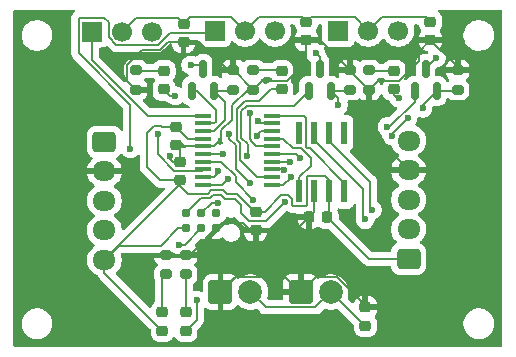
<source format=gbr>
%TF.GenerationSoftware,KiCad,Pcbnew,9.0.2*%
%TF.CreationDate,2025-06-30T23:17:22-04:00*%
%TF.ProjectId,Serv3Controller,53657276-3343-46f6-9e74-726f6c6c6572,rev?*%
%TF.SameCoordinates,Original*%
%TF.FileFunction,Copper,L1,Top*%
%TF.FilePolarity,Positive*%
%FSLAX46Y46*%
G04 Gerber Fmt 4.6, Leading zero omitted, Abs format (unit mm)*
G04 Created by KiCad (PCBNEW 9.0.2) date 2025-06-30 23:17:22*
%MOMM*%
%LPD*%
G01*
G04 APERTURE LIST*
G04 Aperture macros list*
%AMRoundRect*
0 Rectangle with rounded corners*
0 $1 Rounding radius*
0 $2 $3 $4 $5 $6 $7 $8 $9 X,Y pos of 4 corners*
0 Add a 4 corners polygon primitive as box body*
4,1,4,$2,$3,$4,$5,$6,$7,$8,$9,$2,$3,0*
0 Add four circle primitives for the rounded corners*
1,1,$1+$1,$2,$3*
1,1,$1+$1,$4,$5*
1,1,$1+$1,$6,$7*
1,1,$1+$1,$8,$9*
0 Add four rect primitives between the rounded corners*
20,1,$1+$1,$2,$3,$4,$5,0*
20,1,$1+$1,$4,$5,$6,$7,0*
20,1,$1+$1,$6,$7,$8,$9,0*
20,1,$1+$1,$8,$9,$2,$3,0*%
G04 Aperture macros list end*
%TA.AperFunction,ComponentPad*%
%ADD10RoundRect,0.250000X-0.725000X0.600000X-0.725000X-0.600000X0.725000X-0.600000X0.725000X0.600000X0*%
%TD*%
%TA.AperFunction,ComponentPad*%
%ADD11O,1.950000X1.700000*%
%TD*%
%TA.AperFunction,SMDPad,CuDef*%
%ADD12RoundRect,0.225000X-0.250000X0.225000X-0.250000X-0.225000X0.250000X-0.225000X0.250000X0.225000X0*%
%TD*%
%TA.AperFunction,SMDPad,CuDef*%
%ADD13RoundRect,0.200000X-0.275000X0.200000X-0.275000X-0.200000X0.275000X-0.200000X0.275000X0.200000X0*%
%TD*%
%TA.AperFunction,SMDPad,CuDef*%
%ADD14RoundRect,0.150000X0.150000X-0.587500X0.150000X0.587500X-0.150000X0.587500X-0.150000X-0.587500X0*%
%TD*%
%TA.AperFunction,SMDPad,CuDef*%
%ADD15RoundRect,0.200000X0.275000X-0.200000X0.275000X0.200000X-0.275000X0.200000X-0.275000X-0.200000X0*%
%TD*%
%TA.AperFunction,ComponentPad*%
%ADD16R,1.700000X1.700000*%
%TD*%
%TA.AperFunction,ComponentPad*%
%ADD17C,1.700000*%
%TD*%
%TA.AperFunction,ComponentPad*%
%ADD18RoundRect,0.250000X0.725000X-0.600000X0.725000X0.600000X-0.725000X0.600000X-0.725000X-0.600000X0*%
%TD*%
%TA.AperFunction,ComponentPad*%
%ADD19RoundRect,0.250000X-0.750000X-0.750000X0.750000X-0.750000X0.750000X0.750000X-0.750000X0.750000X0*%
%TD*%
%TA.AperFunction,ComponentPad*%
%ADD20C,2.000000*%
%TD*%
%TA.AperFunction,SMDPad,CuDef*%
%ADD21RoundRect,0.218750X-0.256250X0.218750X-0.256250X-0.218750X0.256250X-0.218750X0.256250X0.218750X0*%
%TD*%
%TA.AperFunction,SMDPad,CuDef*%
%ADD22RoundRect,0.225000X0.250000X-0.225000X0.250000X0.225000X-0.250000X0.225000X-0.250000X-0.225000X0*%
%TD*%
%TA.AperFunction,SMDPad,CuDef*%
%ADD23R,0.558800X1.981200*%
%TD*%
%TA.AperFunction,ConnectorPad*%
%ADD24C,0.787400*%
%TD*%
%TA.AperFunction,SMDPad,CuDef*%
%ADD25R,1.473200X0.355600*%
%TD*%
%TA.AperFunction,SMDPad,CuDef*%
%ADD26RoundRect,0.225000X0.225000X0.250000X-0.225000X0.250000X-0.225000X-0.250000X0.225000X-0.250000X0*%
%TD*%
%TA.AperFunction,ViaPad*%
%ADD27C,0.600000*%
%TD*%
%TA.AperFunction,Conductor*%
%ADD28C,0.200000*%
%TD*%
G04 APERTURE END LIST*
D10*
%TO.P,J6,1,Pin_1*%
%TO.N,/RESETB*%
X80800000Y-85300000D03*
D11*
%TO.P,J6,2,Pin_2*%
%TO.N,GND*%
X80800000Y-87800000D03*
%TO.P,J6,3,Pin_3*%
%TO.N,/CAN-*%
X80800000Y-90300000D03*
%TO.P,J6,4,Pin_4*%
%TO.N,/CAN+*%
X80800000Y-92800000D03*
%TO.P,J6,5,Pin_5*%
%TO.N,+3V3*%
X80800000Y-95300000D03*
%TD*%
D12*
%TO.P,C4,1*%
%TO.N,+3V3*%
X93600000Y-91225000D03*
%TO.P,C4,2*%
%TO.N,GND*%
X93600000Y-92775000D03*
%TD*%
D13*
%TO.P,R7,1*%
%TO.N,Net-(D4-K)*%
X93400000Y-79237500D03*
%TO.P,R7,2*%
%TO.N,GND*%
X93400000Y-80887500D03*
%TD*%
D14*
%TO.P,Q2,1,G*%
%TO.N,/SRV2_EN*%
X98100000Y-81000000D03*
%TO.P,Q2,2,S*%
%TO.N,/SRV2_SENSE*%
X100000000Y-81000000D03*
%TO.P,Q2,3,D*%
%TO.N,Net-(J7-Pin_3)*%
X99050000Y-79125000D03*
%TD*%
D15*
%TO.P,R3,1*%
%TO.N,/SRV1_SENSE*%
X91700000Y-80887500D03*
%TO.P,R3,2*%
%TO.N,GND*%
X91700000Y-79237500D03*
%TD*%
%TO.P,R1,1*%
%TO.N,Net-(D1-K)*%
X86000000Y-96525000D03*
%TO.P,R1,2*%
%TO.N,GND*%
X86000000Y-94875000D03*
%TD*%
%TO.P,R5,1*%
%TO.N,/SRV3_SENSE*%
X110710000Y-80887500D03*
%TO.P,R5,2*%
%TO.N,GND*%
X110710000Y-79237500D03*
%TD*%
D16*
%TO.P,J7,1,Pin_1*%
%TO.N,/SRV2_PWM*%
X90160000Y-75900000D03*
D17*
%TO.P,J7,2,Pin_2*%
%TO.N,/VSERVO*%
X92700000Y-75900000D03*
%TO.P,J7,3,Pin_3*%
%TO.N,Net-(J7-Pin_3)*%
X95240000Y-75900000D03*
%TD*%
D13*
%TO.P,R8,1*%
%TO.N,Net-(D5-K)*%
X103210000Y-79237500D03*
%TO.P,R8,2*%
%TO.N,GND*%
X103210000Y-80887500D03*
%TD*%
D18*
%TO.P,J5,1,Pin_1*%
%TO.N,+3V3*%
X106550000Y-95200000D03*
D11*
%TO.P,J5,2,Pin_2*%
%TO.N,/CAN+*%
X106550000Y-92700000D03*
%TO.P,J5,3,Pin_3*%
%TO.N,/CAN-*%
X106550000Y-90200000D03*
%TO.P,J5,4,Pin_4*%
%TO.N,GND*%
X106550000Y-87700000D03*
%TO.P,J5,5,Pin_5*%
%TO.N,/RESETB*%
X106550000Y-85200000D03*
%TD*%
D15*
%TO.P,R2,1*%
%TO.N,Net-(D2-K)*%
X87700000Y-96525000D03*
%TO.P,R2,2*%
%TO.N,GND*%
X87700000Y-94875000D03*
%TD*%
D19*
%TO.P,J2,1,Pin_1*%
%TO.N,GND*%
X97425000Y-98017500D03*
D20*
%TO.P,J2,2,Pin_2*%
%TO.N,/VSERVO*%
X99965000Y-98017500D03*
%TD*%
D14*
%TO.P,Q1,1,G*%
%TO.N,/SRV1_EN*%
X88200000Y-81000000D03*
%TO.P,Q1,2,S*%
%TO.N,/SRV1_SENSE*%
X90100000Y-81000000D03*
%TO.P,Q1,3,D*%
%TO.N,Net-(J4-Pin_3)*%
X89150000Y-79125000D03*
%TD*%
%TO.P,Q3,1,G*%
%TO.N,/SRV3_EN*%
X107060000Y-81000000D03*
%TO.P,Q3,2,S*%
%TO.N,/SRV3_SENSE*%
X108960000Y-81000000D03*
%TO.P,Q3,3,D*%
%TO.N,Net-(J8-Pin_3)*%
X108010000Y-79125000D03*
%TD*%
D16*
%TO.P,J8,1,Pin_1*%
%TO.N,/SRV3_PWM*%
X100600000Y-75900000D03*
D17*
%TO.P,J8,2,Pin_2*%
%TO.N,/VSERVO*%
X103140000Y-75900000D03*
%TO.P,J8,3,Pin_3*%
%TO.N,Net-(J8-Pin_3)*%
X105680000Y-75900000D03*
%TD*%
D21*
%TO.P,D3,1,K*%
%TO.N,Net-(D3-K)*%
X85850000Y-79295000D03*
%TO.P,D3,2,A*%
%TO.N,/SRV1_STAT*%
X85850000Y-80870000D03*
%TD*%
D12*
%TO.P,C1,1*%
%TO.N,+3V3*%
X86900000Y-84025000D03*
%TO.P,C1,2*%
%TO.N,GND*%
X86900000Y-85575000D03*
%TD*%
D22*
%TO.P,C2,1*%
%TO.N,+3V3*%
X87200000Y-88575000D03*
%TO.P,C2,2*%
%TO.N,GND*%
X87200000Y-87025000D03*
%TD*%
D23*
%TO.P,U2,1,D*%
%TO.N,/CANTX*%
X97295000Y-89463800D03*
%TO.P,U2,2,GND*%
%TO.N,GND*%
X98565000Y-89463800D03*
%TO.P,U2,3,VCC*%
%TO.N,+3V3*%
X99835000Y-89463800D03*
%TO.P,U2,4,R*%
%TO.N,/CANRX*%
X101105000Y-89463800D03*
%TO.P,U2,5,NC*%
%TO.N,unconnected-(U2-NC-Pad5)*%
X101105000Y-84536200D03*
%TO.P,U2,6,CANL*%
%TO.N,/CAN-*%
X99835000Y-84536200D03*
%TO.P,U2,7,CANH*%
%TO.N,/CAN+*%
X98565000Y-84536200D03*
%TO.P,U2,8,NC*%
%TO.N,unconnected-(U2-NC-Pad8)*%
X97295000Y-84536200D03*
%TD*%
D16*
%TO.P,J4,1,Pin_1*%
%TO.N,/SRV1_PWM*%
X79760000Y-75962500D03*
D17*
%TO.P,J4,2,Pin_2*%
%TO.N,/VSERVO*%
X82300000Y-75962500D03*
%TO.P,J4,3,Pin_3*%
%TO.N,Net-(J4-Pin_3)*%
X84840000Y-75962500D03*
%TD*%
D21*
%TO.P,D1,1,K*%
%TO.N,Net-(D1-K)*%
X85700000Y-99712500D03*
%TO.P,D1,2,A*%
%TO.N,+3V3*%
X85700000Y-101287500D03*
%TD*%
D19*
%TO.P,J3,1,Pin_1*%
%TO.N,GND*%
X90625000Y-98017500D03*
D20*
%TO.P,J3,2,Pin_2*%
%TO.N,/VSERVO*%
X93165000Y-98017500D03*
%TD*%
D15*
%TO.P,R4,1*%
%TO.N,/SRV2_SENSE*%
X101600000Y-80887500D03*
%TO.P,R4,2*%
%TO.N,GND*%
X101600000Y-79237500D03*
%TD*%
D12*
%TO.P,C8,1*%
%TO.N,/VSERVO*%
X108400000Y-75125000D03*
%TO.P,C8,2*%
%TO.N,GND*%
X108400000Y-76675000D03*
%TD*%
D24*
%TO.P,J1,1,VCC*%
%TO.N,+3V3*%
X87730000Y-92635000D03*
%TO.P,J1,2,SWDIO*%
%TO.N,/SWDIO*%
X87730000Y-91365000D03*
%TO.P,J1,3,~{RESET}*%
%TO.N,/RESETB*%
X89000000Y-92635000D03*
%TO.P,J1,4,SWCLK*%
%TO.N,/SWCLK*%
X89000000Y-91365000D03*
%TO.P,J1,5,GND*%
%TO.N,GND*%
X90270000Y-92635000D03*
%TO.P,J1,6,SWO*%
%TO.N,unconnected-(J1-SWO-Pad6)*%
X90270000Y-91365000D03*
%TD*%
D25*
%TO.P,U1,1,PB7/PB8*%
%TO.N,/SRV1_PWM*%
X89179000Y-83075000D03*
%TO.P,U1,2,PC14-OSCX_IN*%
%TO.N,/SRV1_EN*%
X89179000Y-83725001D03*
%TO.P,U1,3,PC15-OSCX_OUT*%
%TO.N,/SRV1_SENSE*%
X89179000Y-84374999D03*
%TO.P,U1,4,VDD/VDDA*%
%TO.N,+3V3*%
X89179000Y-85025001D03*
%TO.P,U1,5,VSS/VSSA*%
%TO.N,GND*%
X89179000Y-85674999D03*
%TO.P,U1,6,PF2-NRST*%
%TO.N,/RESETB*%
X89179000Y-86324998D03*
%TO.P,U1,7,PA0*%
%TO.N,/STATUS*%
X89179000Y-86974999D03*
%TO.P,U1,8,PA1*%
%TO.N,/SRV1_STAT*%
X89179000Y-87624998D03*
%TO.P,U1,9,PA2*%
%TO.N,/SRV2_PWM*%
X89179000Y-88274999D03*
%TO.P,U1,10,PA3*%
%TO.N,/SRV2_EN*%
X89179000Y-88924998D03*
%TO.P,U1,11,PA4*%
%TO.N,/SRV3_STAT*%
X95021000Y-88925000D03*
%TO.P,U1,12,PA5*%
%TO.N,/SRV2_STAT*%
X95021000Y-88275002D03*
%TO.P,U1,13,PA6*%
%TO.N,/SRV3_SENSE*%
X95021000Y-87625001D03*
%TO.P,U1,14,PA7*%
%TO.N,/SRV3_EN*%
X95021000Y-86975002D03*
%TO.P,U1,15,PB0/PB1/PB2/PA8*%
%TO.N,/SRV3_PWM*%
X95021000Y-86325001D03*
%TO.P,U1,16,PA11[PA9]*%
%TO.N,/SRV2_SENSE*%
X95021000Y-85675002D03*
%TO.P,U1,17,PA12[PA10]*%
%TO.N,/CANTX*%
X95021000Y-85025001D03*
%TO.P,U1,18,PA13*%
%TO.N,/SWDIO*%
X95021000Y-84375002D03*
%TO.P,U1,19,PA14-BOOT0/PA15*%
%TO.N,/SWCLK*%
X95021000Y-83725001D03*
%TO.P,U1,20,PB3/PB4/PB5/PB6*%
%TO.N,/CANRX*%
X95021000Y-83075002D03*
%TD*%
D21*
%TO.P,D4,1,K*%
%TO.N,Net-(D4-K)*%
X95800000Y-79295000D03*
%TO.P,D4,2,A*%
%TO.N,/SRV2_STAT*%
X95800000Y-80870000D03*
%TD*%
%TO.P,D5,1,K*%
%TO.N,Net-(D5-K)*%
X105310000Y-79295000D03*
%TO.P,D5,2,A*%
%TO.N,/SRV3_STAT*%
X105310000Y-80870000D03*
%TD*%
D13*
%TO.P,R6,1*%
%TO.N,Net-(D3-K)*%
X83450000Y-79237500D03*
%TO.P,R6,2*%
%TO.N,GND*%
X83450000Y-80887500D03*
%TD*%
D12*
%TO.P,C7,1*%
%TO.N,/VSERVO*%
X97900000Y-75150000D03*
%TO.P,C7,2*%
%TO.N,GND*%
X97900000Y-76700000D03*
%TD*%
%TO.P,C6,1*%
%TO.N,/VSERVO*%
X87500000Y-75287500D03*
%TO.P,C6,2*%
%TO.N,GND*%
X87500000Y-76837500D03*
%TD*%
D21*
%TO.P,D2,1,K*%
%TO.N,Net-(D2-K)*%
X87700000Y-99712500D03*
%TO.P,D2,2,A*%
%TO.N,/STATUS*%
X87700000Y-101287500D03*
%TD*%
D22*
%TO.P,C5,1*%
%TO.N,/VSERVO*%
X102900000Y-100875000D03*
%TO.P,C5,2*%
%TO.N,GND*%
X102900000Y-99325000D03*
%TD*%
D26*
%TO.P,C3,1*%
%TO.N,+3V3*%
X99675000Y-91700000D03*
%TO.P,C3,2*%
%TO.N,GND*%
X98125000Y-91700000D03*
%TD*%
D27*
%TO.N,GND*%
X108300000Y-86800000D03*
X86359620Y-86540380D03*
X83400000Y-96400000D03*
X78500000Y-88200000D03*
X104000000Y-87500000D03*
%TO.N,/STATUS*%
X88600000Y-98700000D03*
X93400000Y-90200000D03*
%TO.N,/SRV1_STAT*%
X85300000Y-84600000D03*
X86800000Y-81400000D03*
%TO.N,/SRV3_STAT*%
X96555741Y-88275001D03*
X105704669Y-81585429D03*
%TO.N,/SWCLK*%
X93100000Y-88800000D03*
X93771041Y-83550000D03*
X90419724Y-90483929D03*
X91350000Y-84600000D03*
%TO.N,/SWDIO*%
X96100000Y-90400000D03*
X93745710Y-84850000D03*
%TO.N,/RESETB*%
X90800000Y-86300000D03*
X87109620Y-94009620D03*
%TO.N,Net-(J4-Pin_3)*%
X88100000Y-78800000D03*
%TO.N,/CAN+*%
X102867722Y-91875000D03*
%TO.N,/CAN-*%
X103487489Y-91043285D03*
%TO.N,Net-(J7-Pin_3)*%
X98700000Y-77800000D03*
%TO.N,/SRV2_PWM*%
X90427707Y-87771521D03*
X83000000Y-85900000D03*
%TO.N,Net-(J8-Pin_3)*%
X108900000Y-78200000D03*
%TO.N,/SRV3_PWM*%
X105141682Y-84780957D03*
X97383652Y-86710549D03*
X106500000Y-83300000D03*
%TO.N,/SRV2_EN*%
X91230825Y-88415750D03*
X92900000Y-86500000D03*
%TO.N,/SRV2_SENSE*%
X100600000Y-82200000D03*
X93100000Y-82900000D03*
%TO.N,/SRV3_EN*%
X104736919Y-84033514D03*
X96549231Y-87003617D03*
%TO.N,/SRV3_SENSE*%
X107774466Y-82450000D03*
X95995635Y-87648626D03*
%TD*%
D28*
%TO.N,+3V3*%
X96701000Y-90648943D02*
X96807457Y-90755400D01*
X86900000Y-84025000D02*
X85644239Y-84025000D01*
X87730000Y-92635000D02*
X87021849Y-92635000D01*
X89179000Y-85025001D02*
X87900001Y-85025001D01*
X87900001Y-85025001D02*
X86900000Y-84025000D01*
X99472200Y-88172200D02*
X99835000Y-88535000D01*
X87200000Y-88900000D02*
X87200000Y-88575000D01*
X99835000Y-88535000D02*
X99835000Y-89463800D01*
X80800000Y-95300000D02*
X87200000Y-88900000D01*
X89811793Y-89421835D02*
X89533628Y-89700000D01*
X85509314Y-88575000D02*
X87200000Y-88575000D01*
X80800000Y-96387500D02*
X80800000Y-95300000D01*
X82000000Y-94100000D02*
X80800000Y-95300000D01*
X89533628Y-89700000D02*
X87875000Y-89700000D01*
X96701000Y-90151057D02*
X96701000Y-90648943D01*
X99835000Y-89463800D02*
X99835000Y-91540000D01*
X93543534Y-91225000D02*
X92056234Y-89737700D01*
X90842555Y-89421835D02*
X89811793Y-89421835D01*
X85569239Y-83950000D02*
X85030761Y-83950000D01*
X96807457Y-90755400D02*
X97875400Y-90755400D01*
X87200000Y-89025000D02*
X87200000Y-88575000D01*
X84400000Y-84580761D02*
X84400000Y-87465686D01*
X91158420Y-89737700D02*
X90842555Y-89421835D01*
X106550000Y-95200000D02*
X103175000Y-95200000D01*
X85700000Y-101287500D02*
X80800000Y-96387500D01*
X84400000Y-87465686D02*
X85509314Y-88575000D01*
X87021849Y-92635000D02*
X85556849Y-94100000D01*
X99835000Y-91540000D02*
X99675000Y-91700000D01*
X93600000Y-91225000D02*
X93543534Y-91225000D01*
X103175000Y-95200000D02*
X99675000Y-91700000D01*
X85644239Y-84025000D02*
X85569239Y-83950000D01*
X97984600Y-90646200D02*
X97984600Y-88172200D01*
X85030761Y-83950000D02*
X84400000Y-84580761D01*
X94355761Y-91225000D02*
X95781761Y-89799000D01*
X97984600Y-88172200D02*
X99472200Y-88172200D01*
X95781761Y-89799000D02*
X96348943Y-89799000D01*
X87875000Y-89700000D02*
X87200000Y-89025000D01*
X97875400Y-90755400D02*
X97984600Y-90646200D01*
X85556849Y-94100000D02*
X82000000Y-94100000D01*
X93600000Y-91225000D02*
X94355761Y-91225000D01*
X96348943Y-89799000D02*
X96701000Y-90151057D01*
X92056234Y-89737700D02*
X91158420Y-89737700D01*
%TO.N,GND*%
X107409000Y-78491000D02*
X107409000Y-77666000D01*
X89179000Y-85674999D02*
X86999999Y-85674999D01*
X110710000Y-79237500D02*
X110710000Y-78985000D01*
X93125000Y-92775000D02*
X92519700Y-92169700D01*
X97900000Y-76700000D02*
X97900000Y-78509100D01*
X99062500Y-76700000D02*
X97900000Y-76700000D01*
X89179000Y-85674999D02*
X90115600Y-85674999D01*
X93600000Y-95042500D02*
X90625000Y-98017500D01*
X101600000Y-79237500D02*
X101600000Y-79277500D01*
X98726000Y-96716500D02*
X97425000Y-98017500D01*
X85482032Y-77512500D02*
X86157032Y-76837500D01*
X90115600Y-85674999D02*
X90700000Y-85090599D01*
X102900000Y-99112608D02*
X100503892Y-96716500D01*
X107409000Y-77666000D02*
X108400000Y-76675000D01*
X78500000Y-88200000D02*
X78900000Y-87800000D01*
X88825000Y-76837500D02*
X87500000Y-76837500D01*
X87700000Y-94875000D02*
X86000000Y-94875000D01*
X82674000Y-78826000D02*
X83987500Y-77512500D01*
X96124000Y-96716500D02*
X97425000Y-98017500D01*
X97900000Y-78509100D02*
X96297600Y-80111500D01*
X90625000Y-98017500D02*
X91926000Y-96716500D01*
X88030000Y-94875000D02*
X87700000Y-94875000D01*
X91700000Y-79237500D02*
X91225000Y-79237500D01*
X98565000Y-91260000D02*
X98125000Y-91700000D01*
X86644240Y-87025000D02*
X86359620Y-86740380D01*
X90700000Y-84330761D02*
X91600001Y-83430760D01*
X100503892Y-96716500D02*
X98726000Y-96716500D01*
X90700000Y-85090599D02*
X90700000Y-84330761D01*
X92519700Y-92169700D02*
X90735300Y-92169700D01*
X92925000Y-80887500D02*
X93400000Y-80887500D01*
X86359620Y-86740380D02*
X86359620Y-86540380D01*
X103210000Y-84360000D02*
X106550000Y-87700000D01*
X103966000Y-80131500D02*
X105768500Y-80131500D01*
X98565000Y-89463800D02*
X98565000Y-91260000D01*
X96297600Y-80111500D02*
X94176000Y-80111500D01*
X86157032Y-76837500D02*
X87500000Y-76837500D01*
X101600000Y-79277500D02*
X103210000Y-80887500D01*
X90735300Y-92169700D02*
X90270000Y-92635000D01*
X103210000Y-80887500D02*
X103966000Y-80131500D01*
X82674000Y-80111500D02*
X82674000Y-78826000D01*
X101600000Y-79237500D02*
X99062500Y-76700000D01*
X105768500Y-80131500D02*
X107409000Y-78491000D01*
X97050000Y-92775000D02*
X93600000Y-92775000D01*
X93600000Y-92775000D02*
X93125000Y-92775000D01*
X91926000Y-96716500D02*
X96124000Y-96716500D01*
X78900000Y-87800000D02*
X80800000Y-87800000D01*
X87200000Y-85875000D02*
X86900000Y-85575000D01*
X93400000Y-80887500D02*
X94176000Y-80111500D01*
X87200000Y-87025000D02*
X87200000Y-85875000D01*
X98125000Y-91700000D02*
X97050000Y-92775000D01*
X83450000Y-80887500D02*
X82674000Y-80111500D01*
X91600001Y-82212499D02*
X92925000Y-80887500D01*
X83987500Y-77512500D02*
X85482032Y-77512500D01*
X91700000Y-79237500D02*
X91750000Y-79237500D01*
X102900000Y-99325000D02*
X102900000Y-99112608D01*
X103210000Y-80887500D02*
X103210000Y-84360000D01*
X86999999Y-85674999D02*
X86900000Y-85575000D01*
X91225000Y-79237500D02*
X88825000Y-76837500D01*
X87200000Y-87025000D02*
X86644240Y-87025000D01*
X93600000Y-92775000D02*
X93600000Y-95042500D01*
X90270000Y-92635000D02*
X88030000Y-94875000D01*
X110710000Y-78985000D02*
X108400000Y-76675000D01*
X91750000Y-79237500D02*
X93400000Y-80887500D01*
X91600001Y-83430760D02*
X91600001Y-82212499D01*
%TO.N,/VSERVO*%
X88038500Y-74749000D02*
X87500000Y-75287500D01*
X98301000Y-74749000D02*
X101989000Y-74749000D01*
X91549000Y-74749000D02*
X88038500Y-74749000D01*
X83451000Y-74811500D02*
X87024000Y-74811500D01*
X92700000Y-75900000D02*
X93851000Y-74749000D01*
X102822500Y-100875000D02*
X102900000Y-100875000D01*
X99965000Y-98017500D02*
X102822500Y-100875000D01*
X93851000Y-74749000D02*
X97499000Y-74749000D01*
X87024000Y-74811500D02*
X87500000Y-75287500D01*
X104291000Y-74749000D02*
X108024000Y-74749000D01*
X101989000Y-74749000D02*
X103140000Y-75900000D01*
X82300000Y-75962500D02*
X83451000Y-74811500D01*
X92700000Y-75900000D02*
X91549000Y-74749000D01*
X98664000Y-99318500D02*
X99965000Y-98017500D01*
X108024000Y-74749000D02*
X108400000Y-75125000D01*
X97499000Y-74749000D02*
X97900000Y-75150000D01*
X103140000Y-75900000D02*
X104291000Y-74749000D01*
X93165000Y-98017500D02*
X94466000Y-99318500D01*
X94466000Y-99318500D02*
X98664000Y-99318500D01*
X97900000Y-75150000D02*
X98301000Y-74749000D01*
%TO.N,Net-(D1-K)*%
X85700000Y-96825000D02*
X86000000Y-96525000D01*
X85700000Y-99712500D02*
X85700000Y-96825000D01*
%TO.N,/STATUS*%
X90709313Y-86974999D02*
X91909620Y-88175306D01*
X89179000Y-86974999D02*
X90709313Y-86974999D01*
X91909620Y-88709620D02*
X93400000Y-90200000D01*
X91909620Y-88175306D02*
X91909620Y-88709620D01*
X88600000Y-98700000D02*
X88600000Y-100387500D01*
X88600000Y-100387500D02*
X87700000Y-101287500D01*
%TO.N,Net-(D2-K)*%
X87700000Y-96525000D02*
X87700000Y-99712500D01*
%TO.N,Net-(D3-K)*%
X85850000Y-79295000D02*
X83507500Y-79295000D01*
X83507500Y-79295000D02*
X83450000Y-79237500D01*
%TO.N,/SRV1_STAT*%
X86800000Y-81400000D02*
X86380000Y-81400000D01*
X86725890Y-87776000D02*
X85300000Y-86350110D01*
X85300000Y-86350110D02*
X85300000Y-84600000D01*
X89027998Y-87776000D02*
X86725890Y-87776000D01*
X89179000Y-87624998D02*
X89027998Y-87776000D01*
X86380000Y-81400000D02*
X85850000Y-80870000D01*
%TO.N,/SRV2_STAT*%
X95021000Y-88275002D02*
X93755763Y-88275002D01*
X94873625Y-80870000D02*
X95800000Y-80870000D01*
X92665076Y-81850000D02*
X93893625Y-81850000D01*
X93893625Y-81850000D02*
X94873625Y-80870000D01*
X92300000Y-86819239D02*
X92300000Y-85431372D01*
X92000000Y-82515076D02*
X92665076Y-81850000D01*
X92000000Y-85131371D02*
X92000000Y-82515076D01*
X92300000Y-85431372D02*
X92000000Y-85131371D01*
X93755763Y-88275002D02*
X92300000Y-86819239D01*
%TO.N,Net-(D4-K)*%
X93400000Y-79237500D02*
X95742500Y-79237500D01*
X95742500Y-79237500D02*
X95800000Y-79295000D01*
%TO.N,/SRV3_STAT*%
X95957600Y-88925000D02*
X96555741Y-88326859D01*
X96555741Y-88326859D02*
X96555741Y-88275001D01*
X105310000Y-81345146D02*
X105550283Y-81585429D01*
X95021000Y-88925000D02*
X95957600Y-88925000D01*
X105310000Y-80870000D02*
X105310000Y-81345146D01*
X105550283Y-81585429D02*
X105704669Y-81585429D01*
%TO.N,Net-(D5-K)*%
X105310000Y-79295000D02*
X103267500Y-79295000D01*
X103267500Y-79295000D02*
X103210000Y-79237500D01*
%TO.N,/SWCLK*%
X89000000Y-91365000D02*
X89881071Y-90483929D01*
X89881071Y-90483929D02*
X90419724Y-90483929D01*
X91900000Y-87600000D02*
X91900000Y-85597056D01*
X91350000Y-85047056D02*
X91350000Y-84600000D01*
X95021000Y-83725001D02*
X93946042Y-83725001D01*
X93100000Y-88800000D02*
X91900000Y-87600000D01*
X91900000Y-85597056D02*
X91350000Y-85047056D01*
X93946042Y-83725001D02*
X93771041Y-83550000D01*
%TO.N,/SWDIO*%
X94084400Y-84375002D02*
X93745710Y-84713692D01*
X94500000Y-92000000D02*
X96100000Y-90400000D01*
X89965385Y-89833929D02*
X90688963Y-89833929D01*
X87730000Y-91365000D02*
X88995000Y-90100000D01*
X92386300Y-91334549D02*
X93051751Y-92000000D01*
X88995000Y-90100000D02*
X89699314Y-90100000D01*
X93745710Y-84713692D02*
X93745710Y-84850000D01*
X89699314Y-90100000D02*
X89965385Y-89833929D01*
X92386300Y-90633451D02*
X92386300Y-91334549D01*
X95021000Y-84375002D02*
X94084400Y-84375002D01*
X90992734Y-90137700D02*
X91890549Y-90137700D01*
X90688963Y-89833929D02*
X90992734Y-90137700D01*
X91890549Y-90137700D02*
X92386300Y-90633451D01*
X93051751Y-92000000D02*
X94500000Y-92000000D01*
%TO.N,/RESETB*%
X90775002Y-86324998D02*
X90800000Y-86300000D01*
X89000000Y-92635000D02*
X87625380Y-94009620D01*
X89179000Y-86324998D02*
X90775002Y-86324998D01*
X87625380Y-94009620D02*
X87109620Y-94009620D01*
%TO.N,Net-(J4-Pin_3)*%
X88825000Y-78800000D02*
X88100000Y-78800000D01*
X89150000Y-79125000D02*
X88825000Y-78800000D01*
%TO.N,/SRV1_PWM*%
X79760000Y-75962500D02*
X79760000Y-78386564D01*
X79760000Y-78386564D02*
X84448436Y-83075000D01*
X84448436Y-83075000D02*
X89179000Y-83075000D01*
%TO.N,/CAN+*%
X102700000Y-91707278D02*
X102867722Y-91875000D01*
X102700000Y-89273200D02*
X102700000Y-91707278D01*
X98565000Y-84536200D02*
X98565000Y-85138200D01*
X98565000Y-85138200D02*
X102700000Y-89273200D01*
%TO.N,/CAN-*%
X103300000Y-88712400D02*
X103300000Y-90855796D01*
X99835000Y-84536200D02*
X99835000Y-85247400D01*
X99835000Y-85247400D02*
X103300000Y-88712400D01*
X103300000Y-90855796D02*
X103487489Y-91043285D01*
%TO.N,Net-(J7-Pin_3)*%
X99050000Y-78150000D02*
X98700000Y-77800000D01*
X99050000Y-79125000D02*
X99050000Y-78150000D01*
%TO.N,/SRV2_PWM*%
X78609000Y-77802664D02*
X78609000Y-74811500D01*
X89179000Y-88274999D02*
X90115600Y-88274999D01*
X86342346Y-76086500D02*
X89973500Y-76086500D01*
X89973500Y-76086500D02*
X90160000Y-75900000D01*
X81149000Y-76439260D02*
X81822240Y-77112500D01*
X85316346Y-77112500D02*
X86342346Y-76086500D01*
X80776760Y-74811500D02*
X81149000Y-75183740D01*
X90115600Y-88274999D02*
X90427707Y-87962892D01*
X78609000Y-74811500D02*
X80776760Y-74811500D01*
X90427707Y-87962892D02*
X90427707Y-87771521D01*
X83000000Y-82193664D02*
X78609000Y-77802664D01*
X81149000Y-75183740D02*
X81149000Y-76439260D01*
X83000000Y-85900000D02*
X83000000Y-82193664D01*
X81822240Y-77112500D02*
X85316346Y-77112500D01*
%TO.N,Net-(J8-Pin_3)*%
X108010000Y-79090000D02*
X108900000Y-78200000D01*
X108010000Y-79125000D02*
X108010000Y-79090000D01*
%TO.N,/SRV3_PWM*%
X95021000Y-86325001D02*
X96998104Y-86325001D01*
X105141682Y-84780957D02*
X105141682Y-84658318D01*
X105141682Y-84658318D02*
X106500000Y-83300000D01*
X96998104Y-86325001D02*
X97383652Y-86710549D01*
%TO.N,/SRV1_EN*%
X90216600Y-82596200D02*
X90216600Y-83624001D01*
X88620400Y-81000000D02*
X90216600Y-82596200D01*
X90216600Y-83624001D02*
X90115600Y-83725001D01*
X90115600Y-83725001D02*
X89179000Y-83725001D01*
X88200000Y-81000000D02*
X88620400Y-81000000D01*
%TO.N,/SRV1_SENSE*%
X90090077Y-84374999D02*
X91000000Y-83465076D01*
X90100000Y-81000000D02*
X91587500Y-81000000D01*
X91587500Y-81000000D02*
X91700000Y-80887500D01*
X91000000Y-81900000D02*
X90100000Y-81000000D01*
X91000000Y-83465076D02*
X91000000Y-81900000D01*
X89179000Y-84374999D02*
X90090077Y-84374999D01*
%TO.N,/SRV2_EN*%
X96850000Y-82250000D02*
X92830761Y-82250000D01*
X89179000Y-88924998D02*
X90721577Y-88924998D01*
X92400000Y-82680761D02*
X92400000Y-84965686D01*
X98100000Y-81000000D02*
X96850000Y-82250000D01*
X92400000Y-84965686D02*
X92950000Y-85515686D01*
X92950000Y-85515686D02*
X92950000Y-86450000D01*
X92950000Y-86450000D02*
X92900000Y-86500000D01*
X90721577Y-88924998D02*
X91230825Y-88415750D01*
X92830761Y-82250000D02*
X92400000Y-82680761D01*
%TO.N,/SRV2_SENSE*%
X100600000Y-82200000D02*
X100600000Y-81600000D01*
X100000000Y-81000000D02*
X101487500Y-81000000D01*
X101487500Y-81000000D02*
X101600000Y-80887500D01*
X93100000Y-85100000D02*
X93100000Y-82900000D01*
X93675002Y-85675002D02*
X93300000Y-85300000D01*
X93300000Y-85300000D02*
X93100000Y-85100000D01*
X95021000Y-85675002D02*
X93675002Y-85675002D01*
X100600000Y-81600000D02*
X100000000Y-81000000D01*
%TO.N,/SRV3_EN*%
X104916486Y-84033514D02*
X104736919Y-84033514D01*
X107060000Y-81890000D02*
X104916486Y-84033514D01*
X107060000Y-81000000D02*
X107060000Y-81890000D01*
X95021000Y-86975002D02*
X96520616Y-86975002D01*
X96520616Y-86975002D02*
X96549231Y-87003617D01*
%TO.N,/SRV3_SENSE*%
X108960000Y-81000000D02*
X107774466Y-82185534D01*
X107774466Y-82185534D02*
X107774466Y-82450000D01*
X95021000Y-87625001D02*
X95972010Y-87625001D01*
X95972010Y-87625001D02*
X95995635Y-87648626D01*
X110597500Y-81000000D02*
X110710000Y-80887500D01*
X108960000Y-81000000D02*
X110597500Y-81000000D01*
%TO.N,/CANTX*%
X97295000Y-89463800D02*
X97295000Y-88273200D01*
X98250000Y-86658885D02*
X97418915Y-85827800D01*
X96760399Y-85827800D02*
X95957600Y-85025001D01*
X98250000Y-87318200D02*
X98250000Y-86658885D01*
X97295000Y-88273200D02*
X98250000Y-87318200D01*
X97418915Y-85827800D02*
X96760399Y-85827800D01*
X95957600Y-85025001D02*
X95021000Y-85025001D01*
%TO.N,/CANRX*%
X97984600Y-85827800D02*
X98180200Y-85827800D01*
X97705802Y-83075002D02*
X97875400Y-83244600D01*
X97875400Y-83244600D02*
X97875400Y-85718600D01*
X101105000Y-88752600D02*
X101105000Y-89463800D01*
X97875400Y-85718600D02*
X97984600Y-85827800D01*
X98180200Y-85827800D02*
X101105000Y-88752600D01*
X95021000Y-83075002D02*
X97705802Y-83075002D01*
%TD*%
%TA.AperFunction,Conductor*%
%TO.N,GND*%
G36*
X78243751Y-74120185D02*
G01*
X78289506Y-74172989D01*
X78299450Y-74242147D01*
X78270425Y-74305703D01*
X78246374Y-74325560D01*
X78246735Y-74326030D01*
X78240282Y-74330981D01*
X78128481Y-74442782D01*
X78128475Y-74442790D01*
X78049426Y-74579709D01*
X78049423Y-74579716D01*
X78008500Y-74732443D01*
X78008500Y-77715994D01*
X78008499Y-77716012D01*
X78008499Y-77881718D01*
X78008498Y-77881718D01*
X78049424Y-78034453D01*
X78049425Y-78034454D01*
X78070492Y-78070942D01*
X78070493Y-78070944D01*
X78128475Y-78171373D01*
X78128481Y-78171381D01*
X78247349Y-78290249D01*
X78247355Y-78290254D01*
X82363181Y-82406080D01*
X82396666Y-82467403D01*
X82399500Y-82493761D01*
X82399500Y-84250957D01*
X82379815Y-84317996D01*
X82327011Y-84363751D01*
X82257853Y-84373695D01*
X82194297Y-84344670D01*
X82169961Y-84316054D01*
X82117712Y-84231344D01*
X81993656Y-84107288D01*
X81844334Y-84015186D01*
X81677797Y-83960001D01*
X81677795Y-83960000D01*
X81575010Y-83949500D01*
X80024998Y-83949500D01*
X80024981Y-83949501D01*
X79922203Y-83960000D01*
X79922200Y-83960001D01*
X79755668Y-84015185D01*
X79755663Y-84015187D01*
X79606342Y-84107289D01*
X79482289Y-84231342D01*
X79390187Y-84380663D01*
X79390185Y-84380668D01*
X79367052Y-84450479D01*
X79335001Y-84547203D01*
X79335001Y-84547204D01*
X79335000Y-84547204D01*
X79324500Y-84649983D01*
X79324500Y-85950001D01*
X79324501Y-85950018D01*
X79335000Y-86052796D01*
X79335001Y-86052799D01*
X79390185Y-86219331D01*
X79390187Y-86219336D01*
X79396832Y-86230109D01*
X79482288Y-86368656D01*
X79606344Y-86492712D01*
X79700309Y-86550670D01*
X79761558Y-86588448D01*
X79808283Y-86640396D01*
X79819506Y-86709358D01*
X79791663Y-86773441D01*
X79784144Y-86781668D01*
X79645271Y-86920541D01*
X79520379Y-87092442D01*
X79423904Y-87281782D01*
X79358242Y-87483870D01*
X79358242Y-87483873D01*
X79347769Y-87550000D01*
X80395854Y-87550000D01*
X80357370Y-87616657D01*
X80325000Y-87737465D01*
X80325000Y-87862535D01*
X80357370Y-87983343D01*
X80395854Y-88050000D01*
X79347769Y-88050000D01*
X79358242Y-88116126D01*
X79358242Y-88116129D01*
X79423904Y-88318217D01*
X79520379Y-88507557D01*
X79645272Y-88679459D01*
X79645276Y-88679464D01*
X79795535Y-88829723D01*
X79795540Y-88829727D01*
X79960218Y-88949372D01*
X80002884Y-89004701D01*
X80008863Y-89074315D01*
X79976258Y-89136110D01*
X79960218Y-89150008D01*
X79795214Y-89269890D01*
X79795209Y-89269894D01*
X79644890Y-89420213D01*
X79519951Y-89592179D01*
X79423444Y-89781585D01*
X79357753Y-89983760D01*
X79324500Y-90193713D01*
X79324500Y-90406286D01*
X79350836Y-90572568D01*
X79357754Y-90616243D01*
X79421342Y-90811947D01*
X79423444Y-90818414D01*
X79519951Y-91007820D01*
X79644890Y-91179786D01*
X79795209Y-91330105D01*
X79795214Y-91330109D01*
X79959793Y-91449682D01*
X80002459Y-91505011D01*
X80008438Y-91574625D01*
X79975833Y-91636420D01*
X79959793Y-91650318D01*
X79795214Y-91769890D01*
X79795209Y-91769894D01*
X79644890Y-91920213D01*
X79519951Y-92092179D01*
X79423444Y-92281585D01*
X79357753Y-92483760D01*
X79333799Y-92635000D01*
X79324500Y-92693713D01*
X79324500Y-92906287D01*
X79357754Y-93116243D01*
X79420216Y-93308481D01*
X79423444Y-93318414D01*
X79519951Y-93507820D01*
X79644890Y-93679786D01*
X79795209Y-93830105D01*
X79795214Y-93830109D01*
X79959793Y-93949682D01*
X80002459Y-94005011D01*
X80008438Y-94074625D01*
X79975833Y-94136420D01*
X79959793Y-94150318D01*
X79795214Y-94269890D01*
X79795209Y-94269894D01*
X79644890Y-94420213D01*
X79519951Y-94592179D01*
X79423444Y-94781585D01*
X79357753Y-94983760D01*
X79324500Y-95193713D01*
X79324500Y-95406286D01*
X79349538Y-95564374D01*
X79357754Y-95616243D01*
X79414058Y-95789529D01*
X79423444Y-95818414D01*
X79519951Y-96007820D01*
X79644890Y-96179786D01*
X79795213Y-96330109D01*
X79967179Y-96455048D01*
X79967181Y-96455049D01*
X79967184Y-96455051D01*
X80056256Y-96500435D01*
X80156587Y-96551557D01*
X80156593Y-96551559D01*
X80166675Y-96554835D01*
X80189650Y-96570544D01*
X80214335Y-96583413D01*
X80219466Y-96590931D01*
X80224351Y-96594272D01*
X80236026Y-96611255D01*
X80240254Y-96618656D01*
X80240423Y-96619285D01*
X80258445Y-96650500D01*
X80258601Y-96650770D01*
X80319477Y-96756212D01*
X80319481Y-96756217D01*
X80438349Y-96875085D01*
X80438355Y-96875090D01*
X84688181Y-101124916D01*
X84721666Y-101186239D01*
X84724500Y-101212597D01*
X84724500Y-101554181D01*
X84734563Y-101652683D01*
X84787450Y-101812284D01*
X84787455Y-101812295D01*
X84875716Y-101955387D01*
X84875719Y-101955391D01*
X84994608Y-102074280D01*
X84994612Y-102074283D01*
X85137704Y-102162544D01*
X85137707Y-102162545D01*
X85137713Y-102162549D01*
X85297315Y-102215436D01*
X85395826Y-102225500D01*
X85395831Y-102225500D01*
X86004169Y-102225500D01*
X86004174Y-102225500D01*
X86102685Y-102215436D01*
X86262287Y-102162549D01*
X86405391Y-102074281D01*
X86524281Y-101955391D01*
X86594462Y-101841611D01*
X86646409Y-101794886D01*
X86715372Y-101783665D01*
X86779454Y-101811508D01*
X86805538Y-101841611D01*
X86875716Y-101955387D01*
X86875719Y-101955391D01*
X86994608Y-102074280D01*
X86994612Y-102074283D01*
X87137704Y-102162544D01*
X87137707Y-102162545D01*
X87137713Y-102162549D01*
X87297315Y-102215436D01*
X87395826Y-102225500D01*
X87395831Y-102225500D01*
X88004169Y-102225500D01*
X88004174Y-102225500D01*
X88102685Y-102215436D01*
X88262287Y-102162549D01*
X88405391Y-102074281D01*
X88524281Y-101955391D01*
X88612549Y-101812287D01*
X88665436Y-101652685D01*
X88675500Y-101554174D01*
X88675500Y-101212596D01*
X88695185Y-101145557D01*
X88711815Y-101124919D01*
X88958506Y-100878227D01*
X88958511Y-100878224D01*
X88968714Y-100868020D01*
X88968716Y-100868020D01*
X89080520Y-100756216D01*
X89084102Y-100750010D01*
X89147364Y-100640439D01*
X89147365Y-100640437D01*
X89152320Y-100631853D01*
X89159577Y-100619285D01*
X89200500Y-100466558D01*
X89200500Y-100308443D01*
X89200500Y-99452935D01*
X89220185Y-99385896D01*
X89272989Y-99340141D01*
X89342147Y-99330197D01*
X89401414Y-99355671D01*
X89406657Y-99359817D01*
X89555875Y-99451856D01*
X89555880Y-99451858D01*
X89722302Y-99507005D01*
X89722309Y-99507006D01*
X89825019Y-99517499D01*
X90374999Y-99517499D01*
X90375000Y-99517498D01*
X90375000Y-98565982D01*
X90393409Y-98576611D01*
X90546009Y-98617500D01*
X90703991Y-98617500D01*
X90856591Y-98576611D01*
X90875000Y-98565982D01*
X90875000Y-99517499D01*
X91424972Y-99517499D01*
X91424986Y-99517498D01*
X91527697Y-99507005D01*
X91694119Y-99451858D01*
X91694124Y-99451856D01*
X91843345Y-99359815D01*
X91967317Y-99235843D01*
X91997148Y-99187480D01*
X92049096Y-99140755D01*
X92118058Y-99129532D01*
X92182141Y-99157376D01*
X92183773Y-99158867D01*
X92183786Y-99158853D01*
X92187481Y-99162008D01*
X92187490Y-99162017D01*
X92378567Y-99300843D01*
X92477991Y-99351502D01*
X92589003Y-99408066D01*
X92589005Y-99408066D01*
X92589008Y-99408068D01*
X92661192Y-99431522D01*
X92813631Y-99481053D01*
X93046903Y-99518000D01*
X93046908Y-99518000D01*
X93283097Y-99518000D01*
X93389126Y-99501205D01*
X93516368Y-99481053D01*
X93642566Y-99440047D01*
X93712404Y-99438053D01*
X93768563Y-99470298D01*
X93981139Y-99682874D01*
X93981149Y-99682885D01*
X93985479Y-99687215D01*
X93985480Y-99687216D01*
X94097284Y-99799020D01*
X94184095Y-99849139D01*
X94184097Y-99849141D01*
X94222151Y-99871111D01*
X94234215Y-99878077D01*
X94386943Y-99919001D01*
X94386946Y-99919001D01*
X94552653Y-99919001D01*
X94552669Y-99919000D01*
X98577331Y-99919000D01*
X98577347Y-99919001D01*
X98584943Y-99919001D01*
X98743054Y-99919001D01*
X98743057Y-99919001D01*
X98895785Y-99878077D01*
X98945904Y-99849139D01*
X99032716Y-99799020D01*
X99144520Y-99687216D01*
X99144520Y-99687214D01*
X99154728Y-99677007D01*
X99154730Y-99677004D01*
X99361437Y-99470296D01*
X99422758Y-99436813D01*
X99487433Y-99440047D01*
X99613632Y-99481053D01*
X99700302Y-99494780D01*
X99846903Y-99518000D01*
X99846908Y-99518000D01*
X100083097Y-99518000D01*
X100189126Y-99501205D01*
X100316368Y-99481053D01*
X100442566Y-99440047D01*
X100512404Y-99438053D01*
X100568563Y-99470298D01*
X101888181Y-100789916D01*
X101921666Y-100851239D01*
X101924500Y-100877597D01*
X101924500Y-101148336D01*
X101924501Y-101148355D01*
X101934650Y-101247707D01*
X101934651Y-101247710D01*
X101987996Y-101408694D01*
X101988001Y-101408705D01*
X102077029Y-101553040D01*
X102077032Y-101553044D01*
X102196955Y-101672967D01*
X102196959Y-101672970D01*
X102341294Y-101761998D01*
X102341297Y-101761999D01*
X102341303Y-101762003D01*
X102502292Y-101815349D01*
X102601655Y-101825500D01*
X103198344Y-101825499D01*
X103198352Y-101825498D01*
X103198355Y-101825498D01*
X103252760Y-101819940D01*
X103297708Y-101815349D01*
X103458697Y-101762003D01*
X103603044Y-101672968D01*
X103722968Y-101553044D01*
X103812003Y-101408697D01*
X103865349Y-101247708D01*
X103875500Y-101148345D01*
X103875499Y-100601656D01*
X103875089Y-100597648D01*
X111199500Y-100597648D01*
X111199500Y-100802351D01*
X111231522Y-101004534D01*
X111294781Y-101199223D01*
X111387715Y-101381613D01*
X111508028Y-101547213D01*
X111652786Y-101691971D01*
X111749179Y-101762003D01*
X111818390Y-101812287D01*
X111875942Y-101841611D01*
X112000776Y-101905218D01*
X112000778Y-101905218D01*
X112000781Y-101905220D01*
X112105137Y-101939127D01*
X112195465Y-101968477D01*
X112296557Y-101984488D01*
X112397648Y-102000500D01*
X112397649Y-102000500D01*
X112602351Y-102000500D01*
X112602352Y-102000500D01*
X112804534Y-101968477D01*
X112999219Y-101905220D01*
X113181610Y-101812287D01*
X113274590Y-101744732D01*
X113347213Y-101691971D01*
X113347215Y-101691968D01*
X113347219Y-101691966D01*
X113491966Y-101547219D01*
X113491968Y-101547215D01*
X113491971Y-101547213D01*
X113592609Y-101408694D01*
X113612287Y-101381610D01*
X113705220Y-101199219D01*
X113768477Y-101004534D01*
X113800500Y-100802352D01*
X113800500Y-100597648D01*
X113768477Y-100395466D01*
X113750878Y-100341303D01*
X113726609Y-100266611D01*
X113705220Y-100200781D01*
X113705218Y-100200778D01*
X113705218Y-100200776D01*
X113642499Y-100077685D01*
X113612287Y-100018390D01*
X113600910Y-100002731D01*
X113491971Y-99852786D01*
X113347213Y-99708028D01*
X113181613Y-99587715D01*
X113181612Y-99587714D01*
X113181610Y-99587713D01*
X113124653Y-99558691D01*
X112999223Y-99494781D01*
X112804534Y-99431522D01*
X112629995Y-99403878D01*
X112602352Y-99399500D01*
X112397648Y-99399500D01*
X112373329Y-99403351D01*
X112195465Y-99431522D01*
X112000776Y-99494781D01*
X111818386Y-99587715D01*
X111652786Y-99708028D01*
X111508028Y-99852786D01*
X111387715Y-100018386D01*
X111294781Y-100200776D01*
X111231522Y-100395465D01*
X111199500Y-100597648D01*
X103875089Y-100597648D01*
X103874071Y-100587681D01*
X103865349Y-100502292D01*
X103865348Y-100502289D01*
X103864828Y-100500719D01*
X103812003Y-100341303D01*
X103811999Y-100341297D01*
X103811998Y-100341294D01*
X103722970Y-100196959D01*
X103722967Y-100196955D01*
X103713339Y-100187327D01*
X103679854Y-100126004D01*
X103684838Y-100056312D01*
X103713345Y-100011959D01*
X103722573Y-100002731D01*
X103811542Y-99858492D01*
X103811547Y-99858481D01*
X103864855Y-99697606D01*
X103874999Y-99598322D01*
X103875000Y-99598309D01*
X103875000Y-99575000D01*
X103024000Y-99575000D01*
X102956961Y-99555315D01*
X102911206Y-99502511D01*
X102900000Y-99451000D01*
X102900000Y-99325000D01*
X102774000Y-99325000D01*
X102706961Y-99305315D01*
X102661206Y-99252511D01*
X102650000Y-99201000D01*
X102650000Y-99075000D01*
X103150000Y-99075000D01*
X103874999Y-99075000D01*
X103874999Y-99051692D01*
X103874998Y-99051677D01*
X103864855Y-98952392D01*
X103811547Y-98791518D01*
X103811542Y-98791507D01*
X103722575Y-98647271D01*
X103722572Y-98647267D01*
X103602732Y-98527427D01*
X103602728Y-98527424D01*
X103458492Y-98438457D01*
X103458481Y-98438452D01*
X103297606Y-98385144D01*
X103198322Y-98375000D01*
X103150000Y-98375000D01*
X103150000Y-99075000D01*
X102650000Y-99075000D01*
X102650000Y-98375000D01*
X102649999Y-98374999D01*
X102601693Y-98375000D01*
X102601675Y-98375001D01*
X102502392Y-98385144D01*
X102341518Y-98438452D01*
X102341507Y-98438457D01*
X102197271Y-98527424D01*
X102197267Y-98527427D01*
X102077427Y-98647267D01*
X102077424Y-98647271D01*
X101988457Y-98791507D01*
X101988453Y-98791516D01*
X101952080Y-98901282D01*
X101912307Y-98958726D01*
X101847791Y-98985549D01*
X101779015Y-98973234D01*
X101746693Y-98949958D01*
X101417798Y-98621063D01*
X101384313Y-98559740D01*
X101387547Y-98495066D01*
X101428553Y-98368868D01*
X101453630Y-98210539D01*
X101465500Y-98135597D01*
X101465500Y-97899402D01*
X101428553Y-97666131D01*
X101355566Y-97441503D01*
X101299002Y-97330491D01*
X101248343Y-97231067D01*
X101109517Y-97039990D01*
X100942510Y-96872983D01*
X100751433Y-96734157D01*
X100540996Y-96626933D01*
X100316368Y-96553946D01*
X100083097Y-96517000D01*
X100083092Y-96517000D01*
X99846908Y-96517000D01*
X99846903Y-96517000D01*
X99613631Y-96553946D01*
X99389003Y-96626933D01*
X99178566Y-96734157D01*
X99089105Y-96799155D01*
X98987490Y-96872983D01*
X98987488Y-96872985D01*
X98983786Y-96876147D01*
X98982375Y-96874495D01*
X98928938Y-96903612D01*
X98859251Y-96898566D01*
X98803354Y-96856646D01*
X98797149Y-96847520D01*
X98767319Y-96799159D01*
X98767316Y-96799155D01*
X98643345Y-96675184D01*
X98494124Y-96583143D01*
X98494119Y-96583141D01*
X98327697Y-96527994D01*
X98327690Y-96527993D01*
X98224986Y-96517500D01*
X97675000Y-96517500D01*
X97675000Y-97469017D01*
X97656591Y-97458389D01*
X97503991Y-97417500D01*
X97346009Y-97417500D01*
X97193409Y-97458389D01*
X97175000Y-97469017D01*
X97175000Y-96517500D01*
X96625028Y-96517500D01*
X96625012Y-96517501D01*
X96522302Y-96527994D01*
X96355880Y-96583141D01*
X96355875Y-96583143D01*
X96206654Y-96675184D01*
X96082684Y-96799154D01*
X95990643Y-96948375D01*
X95990641Y-96948380D01*
X95935494Y-97114802D01*
X95935493Y-97114809D01*
X95925000Y-97217513D01*
X95925000Y-97767500D01*
X96876518Y-97767500D01*
X96865889Y-97785909D01*
X96825000Y-97938509D01*
X96825000Y-98096491D01*
X96865889Y-98249091D01*
X96876518Y-98267500D01*
X95925001Y-98267500D01*
X95925001Y-98594000D01*
X95905316Y-98661039D01*
X95852512Y-98706794D01*
X95801001Y-98718000D01*
X94766097Y-98718000D01*
X94736656Y-98709355D01*
X94706670Y-98702832D01*
X94701654Y-98699077D01*
X94699058Y-98698315D01*
X94678416Y-98681681D01*
X94617798Y-98621063D01*
X94584313Y-98559740D01*
X94587547Y-98495066D01*
X94628553Y-98368868D01*
X94653630Y-98210539D01*
X94665500Y-98135597D01*
X94665500Y-97899402D01*
X94628553Y-97666131D01*
X94555566Y-97441503D01*
X94473516Y-97280472D01*
X94448343Y-97231067D01*
X94309517Y-97039990D01*
X94142510Y-96872983D01*
X93951433Y-96734157D01*
X93740996Y-96626933D01*
X93516368Y-96553946D01*
X93283097Y-96517000D01*
X93283092Y-96517000D01*
X93046908Y-96517000D01*
X93046903Y-96517000D01*
X92813631Y-96553946D01*
X92589003Y-96626933D01*
X92378566Y-96734157D01*
X92289105Y-96799155D01*
X92187490Y-96872983D01*
X92187488Y-96872985D01*
X92183786Y-96876147D01*
X92182375Y-96874495D01*
X92128938Y-96903612D01*
X92059251Y-96898566D01*
X92003354Y-96856646D01*
X91997149Y-96847520D01*
X91967319Y-96799159D01*
X91967316Y-96799155D01*
X91843345Y-96675184D01*
X91694124Y-96583143D01*
X91694119Y-96583141D01*
X91527697Y-96527994D01*
X91527690Y-96527993D01*
X91424986Y-96517500D01*
X90875000Y-96517500D01*
X90875000Y-97469017D01*
X90856591Y-97458389D01*
X90703991Y-97417500D01*
X90546009Y-97417500D01*
X90393409Y-97458389D01*
X90375000Y-97469017D01*
X90375000Y-96517500D01*
X89825028Y-96517500D01*
X89825012Y-96517501D01*
X89722302Y-96527994D01*
X89555880Y-96583141D01*
X89555875Y-96583143D01*
X89406654Y-96675184D01*
X89282684Y-96799154D01*
X89190643Y-96948375D01*
X89190641Y-96948380D01*
X89135494Y-97114802D01*
X89135493Y-97114809D01*
X89125000Y-97217513D01*
X89125000Y-97865427D01*
X89105315Y-97932466D01*
X89052511Y-97978221D01*
X88983353Y-97988165D01*
X88953548Y-97979989D01*
X88906590Y-97960539D01*
X88833497Y-97930263D01*
X88833492Y-97930262D01*
X88833489Y-97930261D01*
X88678845Y-97899500D01*
X88678842Y-97899500D01*
X88521158Y-97899500D01*
X88521155Y-97899500D01*
X88448691Y-97913914D01*
X88379100Y-97907687D01*
X88323922Y-97864824D01*
X88300678Y-97798934D01*
X88300500Y-97792297D01*
X88300500Y-97416715D01*
X88320185Y-97349676D01*
X88360349Y-97310598D01*
X88410185Y-97280472D01*
X88530472Y-97160185D01*
X88618478Y-97014606D01*
X88669086Y-96852196D01*
X88675500Y-96781616D01*
X88675500Y-96268384D01*
X88669086Y-96197804D01*
X88618478Y-96035394D01*
X88530472Y-95889815D01*
X88530470Y-95889813D01*
X88530469Y-95889811D01*
X88427984Y-95787326D01*
X88394499Y-95726003D01*
X88399483Y-95656311D01*
X88427985Y-95611963D01*
X88530071Y-95509878D01*
X88530072Y-95509877D01*
X88618019Y-95364395D01*
X88668590Y-95202106D01*
X88675000Y-95131572D01*
X88675000Y-95125000D01*
X85025001Y-95125000D01*
X85025001Y-95131582D01*
X85031408Y-95202102D01*
X85031409Y-95202107D01*
X85081981Y-95364396D01*
X85169927Y-95509877D01*
X85272015Y-95611965D01*
X85305500Y-95673288D01*
X85300516Y-95742980D01*
X85272015Y-95787327D01*
X85169531Y-95889810D01*
X85169530Y-95889811D01*
X85081522Y-96035393D01*
X85030913Y-96197807D01*
X85024500Y-96268386D01*
X85024500Y-96781613D01*
X85030913Y-96852192D01*
X85030913Y-96852194D01*
X85030914Y-96852196D01*
X85081522Y-97014606D01*
X85081615Y-97014760D01*
X85081654Y-97014900D01*
X85084600Y-97021445D01*
X85083603Y-97021893D01*
X85099500Y-97078912D01*
X85099500Y-98791814D01*
X85079815Y-98858853D01*
X85040598Y-98897352D01*
X84994609Y-98925718D01*
X84875719Y-99044608D01*
X84875716Y-99044612D01*
X84787455Y-99187704D01*
X84787451Y-99187713D01*
X84766559Y-99250761D01*
X84726786Y-99308206D01*
X84662269Y-99335028D01*
X84593494Y-99322713D01*
X84561172Y-99299437D01*
X81784112Y-96522377D01*
X81750627Y-96461054D01*
X81755611Y-96391362D01*
X81797483Y-96335429D01*
X81798820Y-96334442D01*
X81804792Y-96330104D01*
X81955104Y-96179792D01*
X82080051Y-96007816D01*
X82176557Y-95818412D01*
X82242246Y-95616243D01*
X82275500Y-95406287D01*
X82275500Y-95193713D01*
X82242246Y-94983757D01*
X82202949Y-94862816D01*
X82200955Y-94792977D01*
X82237035Y-94733144D01*
X82299736Y-94702316D01*
X82320881Y-94700500D01*
X85470180Y-94700500D01*
X85470196Y-94700501D01*
X85477792Y-94700501D01*
X85635903Y-94700501D01*
X85635906Y-94700501D01*
X85788634Y-94659577D01*
X85819743Y-94641614D01*
X85881747Y-94625000D01*
X86552124Y-94625000D01*
X86619163Y-94644685D01*
X86621015Y-94645898D01*
X86730434Y-94719010D01*
X86730447Y-94719017D01*
X86867258Y-94775685D01*
X86876123Y-94779357D01*
X87030773Y-94810119D01*
X87030776Y-94810120D01*
X87030778Y-94810120D01*
X87188464Y-94810120D01*
X87188465Y-94810119D01*
X87343117Y-94779357D01*
X87488799Y-94719014D01*
X87598225Y-94645898D01*
X87664902Y-94625020D01*
X87667116Y-94625000D01*
X88674999Y-94625000D01*
X88674999Y-94618417D01*
X88668591Y-94547897D01*
X88668590Y-94547892D01*
X88618018Y-94385603D01*
X88530072Y-94240122D01*
X88474772Y-94184822D01*
X88441287Y-94123499D01*
X88446271Y-94053807D01*
X88474765Y-94009468D01*
X88918718Y-93565516D01*
X88980039Y-93532034D01*
X89006397Y-93529200D01*
X89088072Y-93529200D01*
X89088073Y-93529199D01*
X89260829Y-93494837D01*
X89423563Y-93427430D01*
X89424228Y-93426986D01*
X89433285Y-93420934D01*
X89837618Y-93420934D01*
X89837618Y-93420935D01*
X89846675Y-93426986D01*
X90009316Y-93494354D01*
X90009322Y-93494356D01*
X90181975Y-93528700D01*
X90358024Y-93528700D01*
X90530677Y-93494356D01*
X90530683Y-93494354D01*
X90693323Y-93426987D01*
X90693331Y-93426982D01*
X90745305Y-93392255D01*
X90811982Y-93371377D01*
X90879362Y-93389861D01*
X90917298Y-93426466D01*
X90960698Y-93491420D01*
X91064576Y-93595298D01*
X91064580Y-93595301D01*
X91186724Y-93676916D01*
X91186733Y-93676921D01*
X91211800Y-93687304D01*
X91322458Y-93733140D01*
X91466540Y-93761799D01*
X91466544Y-93761800D01*
X91466545Y-93761800D01*
X91613456Y-93761800D01*
X91613457Y-93761799D01*
X91757542Y-93733140D01*
X91893269Y-93676920D01*
X92015420Y-93595301D01*
X92119301Y-93491420D01*
X92200920Y-93369269D01*
X92257140Y-93233542D01*
X92285800Y-93089455D01*
X92285800Y-93048322D01*
X92625001Y-93048322D01*
X92635144Y-93147607D01*
X92688452Y-93308481D01*
X92688457Y-93308492D01*
X92777424Y-93452728D01*
X92777427Y-93452732D01*
X92897267Y-93572572D01*
X92897271Y-93572575D01*
X93041507Y-93661542D01*
X93041518Y-93661547D01*
X93202393Y-93714855D01*
X93301683Y-93724999D01*
X93850000Y-93724999D01*
X93898308Y-93724999D01*
X93898322Y-93724998D01*
X93997607Y-93714855D01*
X94158481Y-93661547D01*
X94158492Y-93661542D01*
X94302728Y-93572575D01*
X94302732Y-93572572D01*
X94422572Y-93452732D01*
X94422575Y-93452728D01*
X94511542Y-93308492D01*
X94511547Y-93308481D01*
X94564855Y-93147606D01*
X94574999Y-93048322D01*
X94575000Y-93048309D01*
X94575000Y-93025000D01*
X93850000Y-93025000D01*
X93850000Y-93724999D01*
X93301683Y-93724999D01*
X93349999Y-93724998D01*
X93350000Y-93724998D01*
X93350000Y-93025000D01*
X92625001Y-93025000D01*
X92625001Y-93048322D01*
X92285800Y-93048322D01*
X92285800Y-92942545D01*
X92257140Y-92798458D01*
X92205018Y-92672624D01*
X92200921Y-92662733D01*
X92200916Y-92662724D01*
X92119301Y-92540580D01*
X92119298Y-92540576D01*
X92015423Y-92436701D01*
X92015419Y-92436698D01*
X91893275Y-92355083D01*
X91893266Y-92355078D01*
X91757544Y-92298861D01*
X91757545Y-92298861D01*
X91757542Y-92298860D01*
X91757538Y-92298859D01*
X91757534Y-92298858D01*
X91613459Y-92270200D01*
X91613455Y-92270200D01*
X91466545Y-92270200D01*
X91466540Y-92270200D01*
X91322465Y-92298858D01*
X91322460Y-92298859D01*
X91322458Y-92298860D01*
X91322456Y-92298861D01*
X91245515Y-92330730D01*
X91176046Y-92338198D01*
X91113567Y-92306922D01*
X91083503Y-92263620D01*
X91061987Y-92211677D01*
X91055934Y-92202618D01*
X90446777Y-92811777D01*
X89837618Y-93420934D01*
X89433285Y-93420934D01*
X89476206Y-93392255D01*
X89570019Y-93329571D01*
X89591109Y-93308481D01*
X89612548Y-93287043D01*
X89694568Y-93205022D01*
X89694571Y-93205019D01*
X89792430Y-93058563D01*
X89859837Y-92895829D01*
X89879205Y-92798458D01*
X89891866Y-92734809D01*
X89924251Y-92672898D01*
X89984966Y-92638324D01*
X90013483Y-92635000D01*
X90270000Y-92635000D01*
X90270000Y-92378482D01*
X90289685Y-92311443D01*
X90342489Y-92265688D01*
X90369801Y-92256866D01*
X90530829Y-92224837D01*
X90693563Y-92157430D01*
X90840019Y-92059571D01*
X90964571Y-91935019D01*
X91062430Y-91788563D01*
X91083966Y-91736571D01*
X91127806Y-91682167D01*
X91194100Y-91660102D01*
X91245979Y-91669462D01*
X91299260Y-91691531D01*
X91322458Y-91701140D01*
X91466540Y-91729799D01*
X91466544Y-91729800D01*
X91466545Y-91729800D01*
X91613456Y-91729800D01*
X91613457Y-91729799D01*
X91757542Y-91701140D01*
X91784313Y-91690050D01*
X91804188Y-91687913D01*
X91822918Y-91680928D01*
X91838214Y-91684255D01*
X91853781Y-91682582D01*
X91871659Y-91691531D01*
X91891191Y-91695780D01*
X91913477Y-91712463D01*
X91916260Y-91713856D01*
X91919417Y-91716902D01*
X92017584Y-91815069D01*
X92017586Y-91815070D01*
X92024656Y-91822140D01*
X92566890Y-92364374D01*
X92566911Y-92364397D01*
X92590675Y-92388161D01*
X92624160Y-92449484D01*
X92626352Y-92488441D01*
X92625001Y-92501667D01*
X92625000Y-92501690D01*
X92625000Y-92525000D01*
X92726853Y-92525000D01*
X92788854Y-92541613D01*
X92819966Y-92559577D01*
X92972694Y-92600501D01*
X92972697Y-92600501D01*
X93138404Y-92600501D01*
X93138420Y-92600500D01*
X94413331Y-92600500D01*
X94413347Y-92600501D01*
X94420943Y-92600501D01*
X94579054Y-92600501D01*
X94579057Y-92600501D01*
X94731785Y-92559577D01*
X94781904Y-92530639D01*
X94868716Y-92480520D01*
X94980520Y-92368716D01*
X94980520Y-92368714D01*
X94990728Y-92358507D01*
X94990729Y-92358504D01*
X95350912Y-91998322D01*
X97175001Y-91998322D01*
X97185144Y-92097607D01*
X97238452Y-92258481D01*
X97238457Y-92258492D01*
X97327424Y-92402728D01*
X97327427Y-92402732D01*
X97447267Y-92522572D01*
X97447271Y-92522575D01*
X97591507Y-92611542D01*
X97591518Y-92611547D01*
X97752393Y-92664855D01*
X97851683Y-92674999D01*
X97875000Y-92674998D01*
X97875000Y-91950000D01*
X97175001Y-91950000D01*
X97175001Y-91998322D01*
X95350912Y-91998322D01*
X96114664Y-91234571D01*
X96131257Y-91225510D01*
X96144868Y-91212378D01*
X96174363Y-91201973D01*
X96175985Y-91201088D01*
X96178152Y-91200637D01*
X96178841Y-91200500D01*
X96178842Y-91200500D01*
X96269766Y-91182414D01*
X96301072Y-91176187D01*
X96370664Y-91182414D01*
X96412944Y-91210123D01*
X96438741Y-91235920D01*
X96520044Y-91282860D01*
X96575672Y-91314977D01*
X96728400Y-91355901D01*
X96728403Y-91355901D01*
X96894110Y-91355901D01*
X96894126Y-91355900D01*
X97051000Y-91355900D01*
X97118039Y-91375585D01*
X97163794Y-91428389D01*
X97166686Y-91441686D01*
X97175000Y-91450000D01*
X98001000Y-91450000D01*
X98068039Y-91469685D01*
X98113794Y-91522489D01*
X98125000Y-91574000D01*
X98125000Y-91700000D01*
X98251000Y-91700000D01*
X98318039Y-91719685D01*
X98363794Y-91772489D01*
X98375000Y-91824000D01*
X98375000Y-92674999D01*
X98398308Y-92674999D01*
X98398322Y-92674998D01*
X98497607Y-92664855D01*
X98658481Y-92611547D01*
X98658492Y-92611542D01*
X98802731Y-92522573D01*
X98811959Y-92513345D01*
X98873279Y-92479856D01*
X98942971Y-92484835D01*
X98987327Y-92513339D01*
X98996955Y-92522967D01*
X98996959Y-92522970D01*
X99141294Y-92611998D01*
X99141297Y-92611999D01*
X99141303Y-92612003D01*
X99302292Y-92665349D01*
X99401655Y-92675500D01*
X99749902Y-92675499D01*
X99816941Y-92695183D01*
X99837583Y-92711818D01*
X102690139Y-95564374D01*
X102690149Y-95564385D01*
X102694479Y-95568715D01*
X102694480Y-95568716D01*
X102806284Y-95680520D01*
X102806286Y-95680521D01*
X102806290Y-95680524D01*
X102914469Y-95742980D01*
X102943216Y-95759577D01*
X103055019Y-95789534D01*
X103095942Y-95800500D01*
X103095943Y-95800500D01*
X104957465Y-95800500D01*
X105024504Y-95820185D01*
X105070259Y-95872989D01*
X105080823Y-95911898D01*
X105085001Y-95952797D01*
X105085001Y-95952799D01*
X105112371Y-96035394D01*
X105140186Y-96119334D01*
X105232288Y-96268656D01*
X105356344Y-96392712D01*
X105505666Y-96484814D01*
X105672203Y-96539999D01*
X105774991Y-96550500D01*
X107325008Y-96550499D01*
X107427797Y-96539999D01*
X107594334Y-96484814D01*
X107743656Y-96392712D01*
X107867712Y-96268656D01*
X107959814Y-96119334D01*
X108014999Y-95952797D01*
X108025500Y-95850009D01*
X108025499Y-94549992D01*
X108025284Y-94547892D01*
X108014999Y-94447203D01*
X108014998Y-94447200D01*
X107995646Y-94388799D01*
X107959814Y-94280666D01*
X107867712Y-94131344D01*
X107743656Y-94007288D01*
X107594334Y-93915186D01*
X107594333Y-93915185D01*
X107588878Y-93911821D01*
X107542154Y-93859873D01*
X107530931Y-93790910D01*
X107558775Y-93726828D01*
X107566272Y-93718623D01*
X107705104Y-93579792D01*
X107710348Y-93572575D01*
X107816105Y-93427011D01*
X107830051Y-93407816D01*
X107926557Y-93218412D01*
X107992246Y-93016243D01*
X108025500Y-92806287D01*
X108025500Y-92593713D01*
X107992246Y-92383757D01*
X107926557Y-92181588D01*
X107830051Y-91992184D01*
X107830049Y-91992181D01*
X107830048Y-91992179D01*
X107705109Y-91820213D01*
X107554792Y-91669896D01*
X107527845Y-91650318D01*
X107390204Y-91550316D01*
X107347540Y-91494989D01*
X107341561Y-91425376D01*
X107374166Y-91363580D01*
X107390199Y-91349686D01*
X107554792Y-91230104D01*
X107705104Y-91079792D01*
X107705106Y-91079788D01*
X107705109Y-91079786D01*
X107830048Y-90907820D01*
X107830047Y-90907820D01*
X107830051Y-90907816D01*
X107926557Y-90718412D01*
X107992246Y-90516243D01*
X108025500Y-90306287D01*
X108025500Y-90093713D01*
X107992246Y-89883757D01*
X107926557Y-89681588D01*
X107830051Y-89492184D01*
X107830049Y-89492181D01*
X107830048Y-89492179D01*
X107705109Y-89320213D01*
X107554790Y-89169894D01*
X107554785Y-89169890D01*
X107389781Y-89050008D01*
X107347115Y-88994678D01*
X107341136Y-88925065D01*
X107373741Y-88863270D01*
X107389781Y-88849371D01*
X107554466Y-88729721D01*
X107704723Y-88579464D01*
X107704727Y-88579459D01*
X107829620Y-88407557D01*
X107926095Y-88218217D01*
X107991757Y-88016129D01*
X107991757Y-88016126D01*
X108002231Y-87950000D01*
X106954146Y-87950000D01*
X106992630Y-87883343D01*
X107025000Y-87762535D01*
X107025000Y-87637465D01*
X106992630Y-87516657D01*
X106954146Y-87450000D01*
X108002231Y-87450000D01*
X107991757Y-87383873D01*
X107991757Y-87383870D01*
X107926095Y-87181782D01*
X107829620Y-86992442D01*
X107704727Y-86820540D01*
X107704723Y-86820535D01*
X107554464Y-86670276D01*
X107554459Y-86670272D01*
X107389781Y-86550627D01*
X107347115Y-86495297D01*
X107341136Y-86425684D01*
X107373741Y-86363889D01*
X107389776Y-86349994D01*
X107554792Y-86230104D01*
X107705104Y-86079792D01*
X107705106Y-86079788D01*
X107705109Y-86079786D01*
X107830048Y-85907820D01*
X107830047Y-85907820D01*
X107830051Y-85907816D01*
X107926557Y-85718412D01*
X107992246Y-85516243D01*
X108025500Y-85306287D01*
X108025500Y-85093713D01*
X107992246Y-84883757D01*
X107926557Y-84681588D01*
X107830051Y-84492184D01*
X107830049Y-84492181D01*
X107830048Y-84492179D01*
X107705109Y-84320213D01*
X107554786Y-84169890D01*
X107382819Y-84044951D01*
X107382818Y-84044950D01*
X107382816Y-84044949D01*
X107314782Y-84010284D01*
X107195447Y-83949479D01*
X107144651Y-83901504D01*
X107127856Y-83833683D01*
X107148638Y-83770105D01*
X107209394Y-83679179D01*
X107210918Y-83675501D01*
X107260615Y-83555520D01*
X107269737Y-83533497D01*
X107300500Y-83378842D01*
X107300500Y-83305710D01*
X107320185Y-83238671D01*
X107372989Y-83192916D01*
X107442147Y-83182972D01*
X107471946Y-83191147D01*
X107540969Y-83219737D01*
X107695619Y-83250499D01*
X107695622Y-83250500D01*
X107695624Y-83250500D01*
X107853310Y-83250500D01*
X107853311Y-83250499D01*
X108007963Y-83219737D01*
X108153645Y-83159394D01*
X108284755Y-83071789D01*
X108396255Y-82960289D01*
X108483860Y-82829179D01*
X108544203Y-82683497D01*
X108574966Y-82528842D01*
X108574966Y-82371158D01*
X108574965Y-82371153D01*
X108574943Y-82370930D01*
X108574966Y-82370808D01*
X108574966Y-82365066D01*
X108576055Y-82365066D01*
X108587956Y-82302283D01*
X108636017Y-82251569D01*
X108703867Y-82234889D01*
X108708035Y-82235145D01*
X108744306Y-82238000D01*
X108744314Y-82238000D01*
X109175686Y-82238000D01*
X109175694Y-82238000D01*
X109212569Y-82235098D01*
X109212571Y-82235097D01*
X109212573Y-82235097D01*
X109254191Y-82223005D01*
X109370398Y-82189244D01*
X109511865Y-82105581D01*
X109628081Y-81989365D01*
X109711744Y-81847898D01*
X109745846Y-81730519D01*
X109757646Y-81689905D01*
X109771959Y-81667491D01*
X109783009Y-81643297D01*
X109790475Y-81638498D01*
X109795252Y-81631019D01*
X109819413Y-81619901D01*
X109841787Y-81605523D01*
X109854695Y-81603666D01*
X109858725Y-81601813D01*
X109876722Y-81600500D01*
X109905980Y-81600500D01*
X109973019Y-81620185D01*
X109993661Y-81636819D01*
X109999811Y-81642969D01*
X109999813Y-81642970D01*
X109999815Y-81642972D01*
X110145394Y-81730978D01*
X110307804Y-81781586D01*
X110378384Y-81788000D01*
X110378387Y-81788000D01*
X111041613Y-81788000D01*
X111041616Y-81788000D01*
X111112196Y-81781586D01*
X111274606Y-81730978D01*
X111420185Y-81642972D01*
X111540472Y-81522685D01*
X111628478Y-81377106D01*
X111679086Y-81214696D01*
X111685500Y-81144116D01*
X111685500Y-80630884D01*
X111679086Y-80560304D01*
X111628478Y-80397894D01*
X111540472Y-80252315D01*
X111540470Y-80252313D01*
X111540469Y-80252311D01*
X111437984Y-80149826D01*
X111404499Y-80088503D01*
X111409483Y-80018811D01*
X111437985Y-79974463D01*
X111540071Y-79872378D01*
X111540072Y-79872377D01*
X111628019Y-79726895D01*
X111678590Y-79564606D01*
X111685000Y-79494072D01*
X111685000Y-79487500D01*
X109735001Y-79487500D01*
X109735001Y-79494082D01*
X109741408Y-79564602D01*
X109741409Y-79564607D01*
X109791981Y-79726896D01*
X109879927Y-79872377D01*
X109982015Y-79974465D01*
X109986353Y-79982409D01*
X109993602Y-79987836D01*
X110002837Y-80012598D01*
X110015500Y-80035788D01*
X110014854Y-80044818D01*
X110018018Y-80053301D01*
X110012401Y-80079121D01*
X110010516Y-80105480D01*
X110004697Y-80114533D01*
X110003166Y-80121574D01*
X109982015Y-80149828D01*
X109920336Y-80211506D01*
X109859012Y-80244990D01*
X109789320Y-80240005D01*
X109733387Y-80198134D01*
X109713577Y-80158412D01*
X109711744Y-80152103D01*
X109711744Y-80152102D01*
X109628081Y-80010635D01*
X109628079Y-80010633D01*
X109628076Y-80010629D01*
X109511870Y-79894423D01*
X109511862Y-79894417D01*
X109385679Y-79819793D01*
X109370398Y-79810756D01*
X109370397Y-79810755D01*
X109370396Y-79810755D01*
X109370393Y-79810754D01*
X109212573Y-79764902D01*
X109212567Y-79764901D01*
X109175701Y-79762000D01*
X109175694Y-79762000D01*
X108934500Y-79762000D01*
X108867461Y-79742315D01*
X108821706Y-79689511D01*
X108810500Y-79638000D01*
X108810500Y-79190097D01*
X108819143Y-79160660D01*
X108825667Y-79130671D01*
X108829422Y-79125653D01*
X108830185Y-79123058D01*
X108846813Y-79102421D01*
X108914663Y-79034571D01*
X108975982Y-79001089D01*
X108978150Y-79000638D01*
X109044197Y-78987500D01*
X109077241Y-78980927D01*
X109735000Y-78980927D01*
X109735000Y-78987500D01*
X110460000Y-78987500D01*
X110960000Y-78987500D01*
X111684999Y-78987500D01*
X111684999Y-78980917D01*
X111678591Y-78910397D01*
X111678590Y-78910392D01*
X111628018Y-78748103D01*
X111540072Y-78602622D01*
X111419877Y-78482427D01*
X111274395Y-78394480D01*
X111274396Y-78394480D01*
X111112105Y-78343909D01*
X111112106Y-78343909D01*
X111041572Y-78337500D01*
X110960000Y-78337500D01*
X110960000Y-78987500D01*
X110460000Y-78987500D01*
X110460000Y-78337500D01*
X110459999Y-78337499D01*
X110378417Y-78337500D01*
X110307897Y-78343908D01*
X110307892Y-78343909D01*
X110145603Y-78394481D01*
X110000122Y-78482427D01*
X109879927Y-78602622D01*
X109837966Y-78672032D01*
X109790495Y-78752871D01*
X109741409Y-78910393D01*
X109735000Y-78980927D01*
X109077241Y-78980927D01*
X109133497Y-78969737D01*
X109279179Y-78909394D01*
X109410289Y-78821789D01*
X109521789Y-78710289D01*
X109609394Y-78579179D01*
X109669737Y-78433497D01*
X109700500Y-78278842D01*
X109700500Y-78121158D01*
X109700500Y-78121155D01*
X109700499Y-78121153D01*
X109690512Y-78070944D01*
X109669737Y-77966503D01*
X109657001Y-77935755D01*
X109609397Y-77820827D01*
X109609390Y-77820814D01*
X109521789Y-77689711D01*
X109521786Y-77689707D01*
X109410292Y-77578213D01*
X109410288Y-77578210D01*
X109278291Y-77490012D01*
X109233486Y-77436400D01*
X109224779Y-77367075D01*
X109241644Y-77321812D01*
X109311544Y-77208488D01*
X109311547Y-77208481D01*
X109364855Y-77047606D01*
X109374999Y-76948322D01*
X109375000Y-76948309D01*
X109375000Y-76925000D01*
X107425001Y-76925000D01*
X107425001Y-76948322D01*
X107435144Y-77047607D01*
X107488452Y-77208481D01*
X107488457Y-77208492D01*
X107577424Y-77352728D01*
X107577427Y-77352732D01*
X107697267Y-77472572D01*
X107697271Y-77472575D01*
X107841507Y-77561542D01*
X107841518Y-77561547D01*
X108002394Y-77614856D01*
X108002392Y-77614856D01*
X108102440Y-77625077D01*
X108103618Y-77625557D01*
X108104874Y-77625350D01*
X108135884Y-77638723D01*
X108167132Y-77651473D01*
X108167862Y-77652513D01*
X108169032Y-77653018D01*
X108187881Y-77681022D01*
X108207284Y-77708654D01*
X108207336Y-77709926D01*
X108208046Y-77710981D01*
X108208762Y-77744703D01*
X108210147Y-77778465D01*
X108209511Y-77779978D01*
X108209530Y-77780835D01*
X108204626Y-77791620D01*
X108195554Y-77813244D01*
X108194277Y-77815326D01*
X108190606Y-77820821D01*
X108189974Y-77822344D01*
X108186625Y-77827809D01*
X108163317Y-77848888D01*
X108141301Y-77871300D01*
X108137421Y-77872308D01*
X108134805Y-77874675D01*
X108116950Y-77877630D01*
X108080909Y-77887000D01*
X107794298Y-77887000D01*
X107757432Y-77889901D01*
X107757426Y-77889902D01*
X107599606Y-77935754D01*
X107599603Y-77935755D01*
X107458137Y-78019417D01*
X107458129Y-78019423D01*
X107341923Y-78135629D01*
X107341917Y-78135637D01*
X107258255Y-78277103D01*
X107258254Y-78277106D01*
X107212402Y-78434926D01*
X107212401Y-78434932D01*
X107209500Y-78471798D01*
X107209500Y-79638000D01*
X107189815Y-79705039D01*
X107137011Y-79750794D01*
X107085500Y-79762000D01*
X106844298Y-79762000D01*
X106807432Y-79764901D01*
X106807426Y-79764902D01*
X106649606Y-79810754D01*
X106649603Y-79810755D01*
X106508137Y-79894417D01*
X106508133Y-79894420D01*
X106392879Y-80009674D01*
X106331556Y-80043158D01*
X106261864Y-80038174D01*
X106205931Y-79996302D01*
X106181514Y-79930838D01*
X106196366Y-79862565D01*
X106199650Y-79856910D01*
X106222549Y-79819787D01*
X106275436Y-79660185D01*
X106285500Y-79561674D01*
X106285500Y-79028326D01*
X106275436Y-78929815D01*
X106222549Y-78770213D01*
X106222545Y-78770207D01*
X106222544Y-78770204D01*
X106134283Y-78627112D01*
X106134280Y-78627108D01*
X106015391Y-78508219D01*
X106015387Y-78508216D01*
X105872295Y-78419955D01*
X105872289Y-78419952D01*
X105872287Y-78419951D01*
X105712685Y-78367064D01*
X105712683Y-78367063D01*
X105614181Y-78357000D01*
X105614174Y-78357000D01*
X105005826Y-78357000D01*
X105005818Y-78357000D01*
X104907316Y-78367063D01*
X104907315Y-78367064D01*
X104828219Y-78393273D01*
X104747715Y-78419950D01*
X104747704Y-78419955D01*
X104604612Y-78508216D01*
X104604608Y-78508219D01*
X104485719Y-78627108D01*
X104485716Y-78627112D01*
X104480483Y-78635597D01*
X104472897Y-78642419D01*
X104468658Y-78651703D01*
X104447357Y-78665391D01*
X104428535Y-78682322D01*
X104416898Y-78684966D01*
X104409880Y-78689477D01*
X104374945Y-78694500D01*
X104166136Y-78694500D01*
X104099097Y-78674815D01*
X104060020Y-78634651D01*
X104049540Y-78617315D01*
X104040472Y-78602315D01*
X104040471Y-78602314D01*
X104040468Y-78602310D01*
X103920188Y-78482030D01*
X103903262Y-78471798D01*
X103774606Y-78394022D01*
X103612196Y-78343414D01*
X103612194Y-78343413D01*
X103612192Y-78343413D01*
X103562778Y-78338923D01*
X103541616Y-78337000D01*
X102878384Y-78337000D01*
X102859145Y-78338748D01*
X102807807Y-78343413D01*
X102645393Y-78394022D01*
X102499811Y-78482030D01*
X102499810Y-78482031D01*
X102492327Y-78489515D01*
X102431004Y-78523000D01*
X102361312Y-78518016D01*
X102316965Y-78489515D01*
X102309877Y-78482427D01*
X102164395Y-78394480D01*
X102164396Y-78394480D01*
X102002105Y-78343909D01*
X102002106Y-78343909D01*
X101931572Y-78337500D01*
X101850000Y-78337500D01*
X101850000Y-79113500D01*
X101830315Y-79180539D01*
X101777511Y-79226294D01*
X101726000Y-79237500D01*
X101600000Y-79237500D01*
X101600000Y-79363500D01*
X101580315Y-79430539D01*
X101527511Y-79476294D01*
X101476000Y-79487500D01*
X100625001Y-79487500D01*
X100625001Y-79494082D01*
X100631408Y-79564602D01*
X100631409Y-79564610D01*
X100679500Y-79718938D01*
X100680652Y-79788798D01*
X100643851Y-79848190D01*
X100580782Y-79878258D01*
X100511469Y-79869456D01*
X100497994Y-79862560D01*
X100425679Y-79819793D01*
X100410398Y-79810756D01*
X100410397Y-79810755D01*
X100410396Y-79810755D01*
X100410393Y-79810754D01*
X100252573Y-79764902D01*
X100252567Y-79764901D01*
X100215701Y-79762000D01*
X100215694Y-79762000D01*
X99974500Y-79762000D01*
X99907461Y-79742315D01*
X99861706Y-79689511D01*
X99850500Y-79638000D01*
X99850500Y-78980927D01*
X100625000Y-78980927D01*
X100625000Y-78987500D01*
X101350000Y-78987500D01*
X101350000Y-78337500D01*
X101349999Y-78337499D01*
X101268417Y-78337500D01*
X101197897Y-78343908D01*
X101197892Y-78343909D01*
X101035603Y-78394481D01*
X100890122Y-78482427D01*
X100769927Y-78602622D01*
X100681980Y-78748104D01*
X100631409Y-78910393D01*
X100625000Y-78980927D01*
X99850500Y-78980927D01*
X99850500Y-78471813D01*
X99850499Y-78471798D01*
X99847598Y-78434932D01*
X99847597Y-78434926D01*
X99811386Y-78310289D01*
X99801744Y-78277102D01*
X99718081Y-78135635D01*
X99718079Y-78135633D01*
X99718076Y-78135629D01*
X99672938Y-78090492D01*
X99640844Y-78034906D01*
X99609577Y-77918216D01*
X99593230Y-77889902D01*
X99530524Y-77781290D01*
X99530521Y-77781287D01*
X99530520Y-77781284D01*
X99530517Y-77781281D01*
X99525574Y-77774839D01*
X99527876Y-77773072D01*
X99501088Y-77724014D01*
X99500637Y-77721847D01*
X99486946Y-77653018D01*
X99469737Y-77566503D01*
X99448500Y-77515232D01*
X99409397Y-77420827D01*
X99409390Y-77420814D01*
X99388045Y-77388869D01*
X99367167Y-77322191D01*
X99385652Y-77254811D01*
X99437630Y-77208121D01*
X99506600Y-77196945D01*
X99534480Y-77203796D01*
X99642517Y-77244091D01*
X99642516Y-77244091D01*
X99649444Y-77244835D01*
X99702127Y-77250500D01*
X101497872Y-77250499D01*
X101557483Y-77244091D01*
X101692331Y-77193796D01*
X101807546Y-77107546D01*
X101893796Y-76992331D01*
X101942810Y-76860916D01*
X101984681Y-76804984D01*
X102050145Y-76780566D01*
X102118418Y-76795417D01*
X102146673Y-76816569D01*
X102260213Y-76930109D01*
X102432179Y-77055048D01*
X102432181Y-77055049D01*
X102432184Y-77055051D01*
X102621588Y-77151557D01*
X102823757Y-77217246D01*
X103033713Y-77250500D01*
X103033714Y-77250500D01*
X103246286Y-77250500D01*
X103246287Y-77250500D01*
X103456243Y-77217246D01*
X103658412Y-77151557D01*
X103847816Y-77055051D01*
X103924276Y-76999500D01*
X104019786Y-76930109D01*
X104019788Y-76930106D01*
X104019792Y-76930104D01*
X104170104Y-76779792D01*
X104170106Y-76779788D01*
X104170109Y-76779786D01*
X104295048Y-76607820D01*
X104295047Y-76607820D01*
X104295051Y-76607816D01*
X104299514Y-76599054D01*
X104347488Y-76548259D01*
X104415308Y-76531463D01*
X104481444Y-76553999D01*
X104520486Y-76599056D01*
X104524951Y-76607820D01*
X104649890Y-76779786D01*
X104800213Y-76930109D01*
X104972179Y-77055048D01*
X104972181Y-77055049D01*
X104972184Y-77055051D01*
X105161588Y-77151557D01*
X105363757Y-77217246D01*
X105573713Y-77250500D01*
X105573714Y-77250500D01*
X105786286Y-77250500D01*
X105786287Y-77250500D01*
X105996243Y-77217246D01*
X106198412Y-77151557D01*
X106387816Y-77055051D01*
X106464276Y-76999500D01*
X106559786Y-76930109D01*
X106559788Y-76930106D01*
X106559792Y-76930104D01*
X106710104Y-76779792D01*
X106710106Y-76779788D01*
X106710109Y-76779786D01*
X106835048Y-76607820D01*
X106835047Y-76607820D01*
X106835051Y-76607816D01*
X106931557Y-76418412D01*
X106997246Y-76216243D01*
X107030500Y-76006287D01*
X107030500Y-75793713D01*
X106997246Y-75583757D01*
X106973870Y-75511816D01*
X106973067Y-75483698D01*
X106969064Y-75455853D01*
X106972083Y-75449241D01*
X106971876Y-75441977D01*
X106986402Y-75417887D01*
X106998089Y-75392297D01*
X107004202Y-75388367D01*
X107007956Y-75382144D01*
X107033202Y-75369731D01*
X107056867Y-75354523D01*
X107067137Y-75353046D01*
X107070657Y-75351316D01*
X107091802Y-75349500D01*
X107307533Y-75349500D01*
X107374572Y-75369185D01*
X107420327Y-75421989D01*
X107430891Y-75460899D01*
X107434651Y-75497707D01*
X107434651Y-75497710D01*
X107487996Y-75658694D01*
X107488001Y-75658705D01*
X107577029Y-75803040D01*
X107577032Y-75803044D01*
X107586660Y-75812672D01*
X107620145Y-75873995D01*
X107615161Y-75943687D01*
X107586663Y-75988031D01*
X107577428Y-75997265D01*
X107577424Y-75997271D01*
X107488457Y-76141507D01*
X107488452Y-76141518D01*
X107435144Y-76302393D01*
X107425000Y-76401677D01*
X107425000Y-76425000D01*
X109374999Y-76425000D01*
X109374999Y-76401692D01*
X109374998Y-76401677D01*
X109364855Y-76302392D01*
X109341457Y-76231780D01*
X109330147Y-76197648D01*
X111199500Y-76197648D01*
X111199500Y-76402351D01*
X111231522Y-76604534D01*
X111294781Y-76799223D01*
X111343308Y-76894461D01*
X111385940Y-76978131D01*
X111387715Y-76981613D01*
X111508028Y-77147213D01*
X111652786Y-77291971D01*
X111800790Y-77399500D01*
X111818390Y-77412287D01*
X111933623Y-77471001D01*
X112000776Y-77505218D01*
X112000778Y-77505218D01*
X112000781Y-77505220D01*
X112105137Y-77539127D01*
X112195465Y-77568477D01*
X112296557Y-77584488D01*
X112397648Y-77600500D01*
X112397649Y-77600500D01*
X112602351Y-77600500D01*
X112602352Y-77600500D01*
X112804534Y-77568477D01*
X112999219Y-77505220D01*
X113181610Y-77412287D01*
X113274590Y-77344732D01*
X113347213Y-77291971D01*
X113347215Y-77291968D01*
X113347219Y-77291966D01*
X113491966Y-77147219D01*
X113491968Y-77147215D01*
X113491971Y-77147213D01*
X113558929Y-77055051D01*
X113612287Y-76981610D01*
X113705220Y-76799219D01*
X113768477Y-76604534D01*
X113800500Y-76402352D01*
X113800500Y-76197648D01*
X113768477Y-75995466D01*
X113766061Y-75988031D01*
X113723493Y-75857019D01*
X113705220Y-75800781D01*
X113705218Y-75800778D01*
X113705218Y-75800776D01*
X113671503Y-75734607D01*
X113612287Y-75618390D01*
X113587125Y-75583757D01*
X113491971Y-75452786D01*
X113347213Y-75308028D01*
X113181613Y-75187715D01*
X113181612Y-75187714D01*
X113181610Y-75187713D01*
X113124653Y-75158691D01*
X112999223Y-75094781D01*
X112804534Y-75031522D01*
X112629995Y-75003878D01*
X112602352Y-74999500D01*
X112397648Y-74999500D01*
X112373329Y-75003351D01*
X112195465Y-75031522D01*
X112000776Y-75094781D01*
X111818386Y-75187715D01*
X111652786Y-75308028D01*
X111508028Y-75452786D01*
X111387715Y-75618386D01*
X111294781Y-75800776D01*
X111231522Y-75995465D01*
X111199500Y-76197648D01*
X109330147Y-76197648D01*
X109311547Y-76141518D01*
X109311542Y-76141507D01*
X109222575Y-75997271D01*
X109222572Y-75997267D01*
X109213339Y-75988034D01*
X109179854Y-75926711D01*
X109184838Y-75857019D01*
X109213343Y-75812668D01*
X109222968Y-75803044D01*
X109312003Y-75658697D01*
X109365349Y-75497708D01*
X109375500Y-75398345D01*
X109375499Y-74851656D01*
X109365349Y-74752292D01*
X109312003Y-74591303D01*
X109311999Y-74591297D01*
X109311998Y-74591294D01*
X109222970Y-74446959D01*
X109222967Y-74446955D01*
X109103044Y-74327032D01*
X109097377Y-74322551D01*
X109099159Y-74320297D01*
X109061199Y-74278103D01*
X109049970Y-74209142D01*
X109077806Y-74145057D01*
X109135871Y-74106194D01*
X109173015Y-74100500D01*
X114375500Y-74100500D01*
X114442539Y-74120185D01*
X114488294Y-74172989D01*
X114499500Y-74224500D01*
X114499500Y-102575500D01*
X114479815Y-102642539D01*
X114427011Y-102688294D01*
X114375500Y-102699500D01*
X73224500Y-102699500D01*
X73157461Y-102679815D01*
X73111706Y-102627011D01*
X73100500Y-102575500D01*
X73100500Y-100597648D01*
X73799500Y-100597648D01*
X73799500Y-100802351D01*
X73831522Y-101004534D01*
X73894781Y-101199223D01*
X73987715Y-101381613D01*
X74108028Y-101547213D01*
X74252786Y-101691971D01*
X74349179Y-101762003D01*
X74418390Y-101812287D01*
X74475942Y-101841611D01*
X74600776Y-101905218D01*
X74600778Y-101905218D01*
X74600781Y-101905220D01*
X74705137Y-101939127D01*
X74795465Y-101968477D01*
X74896557Y-101984488D01*
X74997648Y-102000500D01*
X74997649Y-102000500D01*
X75202351Y-102000500D01*
X75202352Y-102000500D01*
X75404534Y-101968477D01*
X75599219Y-101905220D01*
X75781610Y-101812287D01*
X75874590Y-101744732D01*
X75947213Y-101691971D01*
X75947215Y-101691968D01*
X75947219Y-101691966D01*
X76091966Y-101547219D01*
X76091968Y-101547215D01*
X76091971Y-101547213D01*
X76192609Y-101408694D01*
X76212287Y-101381610D01*
X76305220Y-101199219D01*
X76368477Y-101004534D01*
X76400500Y-100802352D01*
X76400500Y-100597648D01*
X76368477Y-100395466D01*
X76350878Y-100341303D01*
X76326609Y-100266611D01*
X76305220Y-100200781D01*
X76305218Y-100200778D01*
X76305218Y-100200776D01*
X76242499Y-100077685D01*
X76212287Y-100018390D01*
X76200910Y-100002731D01*
X76091971Y-99852786D01*
X75947213Y-99708028D01*
X75781613Y-99587715D01*
X75781612Y-99587714D01*
X75781610Y-99587713D01*
X75724653Y-99558691D01*
X75599223Y-99494781D01*
X75404534Y-99431522D01*
X75229995Y-99403878D01*
X75202352Y-99399500D01*
X74997648Y-99399500D01*
X74973329Y-99403351D01*
X74795465Y-99431522D01*
X74600776Y-99494781D01*
X74418386Y-99587715D01*
X74252786Y-99708028D01*
X74108028Y-99852786D01*
X73987715Y-100018386D01*
X73894781Y-100200776D01*
X73831522Y-100395465D01*
X73799500Y-100597648D01*
X73100500Y-100597648D01*
X73100500Y-76197648D01*
X73799500Y-76197648D01*
X73799500Y-76402351D01*
X73831522Y-76604534D01*
X73894781Y-76799223D01*
X73943308Y-76894461D01*
X73985940Y-76978131D01*
X73987715Y-76981613D01*
X74108028Y-77147213D01*
X74252786Y-77291971D01*
X74400790Y-77399500D01*
X74418390Y-77412287D01*
X74533623Y-77471001D01*
X74600776Y-77505218D01*
X74600778Y-77505218D01*
X74600781Y-77505220D01*
X74705137Y-77539127D01*
X74795465Y-77568477D01*
X74896557Y-77584488D01*
X74997648Y-77600500D01*
X74997649Y-77600500D01*
X75202351Y-77600500D01*
X75202352Y-77600500D01*
X75404534Y-77568477D01*
X75599219Y-77505220D01*
X75781610Y-77412287D01*
X75874590Y-77344732D01*
X75947213Y-77291971D01*
X75947215Y-77291968D01*
X75947219Y-77291966D01*
X76091966Y-77147219D01*
X76091968Y-77147215D01*
X76091971Y-77147213D01*
X76158929Y-77055051D01*
X76212287Y-76981610D01*
X76305220Y-76799219D01*
X76368477Y-76604534D01*
X76400500Y-76402352D01*
X76400500Y-76197648D01*
X76368477Y-75995466D01*
X76366061Y-75988031D01*
X76323493Y-75857019D01*
X76305220Y-75800781D01*
X76305218Y-75800778D01*
X76305218Y-75800776D01*
X76271503Y-75734607D01*
X76212287Y-75618390D01*
X76187125Y-75583757D01*
X76091971Y-75452786D01*
X75947213Y-75308028D01*
X75781613Y-75187715D01*
X75781612Y-75187714D01*
X75781610Y-75187713D01*
X75724653Y-75158691D01*
X75599223Y-75094781D01*
X75404534Y-75031522D01*
X75229995Y-75003878D01*
X75202352Y-74999500D01*
X74997648Y-74999500D01*
X74973329Y-75003351D01*
X74795465Y-75031522D01*
X74600776Y-75094781D01*
X74418386Y-75187715D01*
X74252786Y-75308028D01*
X74108028Y-75452786D01*
X73987715Y-75618386D01*
X73894781Y-75800776D01*
X73831522Y-75995465D01*
X73799500Y-76197648D01*
X73100500Y-76197648D01*
X73100500Y-74224500D01*
X73120185Y-74157461D01*
X73172989Y-74111706D01*
X73224500Y-74100500D01*
X78176712Y-74100500D01*
X78243751Y-74120185D01*
G37*
%TD.AperFunction*%
%TA.AperFunction,Conductor*%
G36*
X103403039Y-80907185D02*
G01*
X103448794Y-80959989D01*
X103460000Y-81011500D01*
X103460000Y-81787499D01*
X103541581Y-81787499D01*
X103612102Y-81781091D01*
X103612107Y-81781090D01*
X103774396Y-81730518D01*
X103919877Y-81642572D01*
X104040072Y-81522377D01*
X104128017Y-81376899D01*
X104140964Y-81335351D01*
X104179702Y-81277203D01*
X104243727Y-81249229D01*
X104312712Y-81260310D01*
X104364755Y-81306929D01*
X104377053Y-81333231D01*
X104391592Y-81377106D01*
X104397450Y-81394784D01*
X104397455Y-81394795D01*
X104485716Y-81537887D01*
X104485719Y-81537891D01*
X104604608Y-81656780D01*
X104604612Y-81656783D01*
X104747704Y-81745044D01*
X104747707Y-81745045D01*
X104747713Y-81745049D01*
X104875399Y-81787360D01*
X104932844Y-81827133D01*
X104950956Y-81857613D01*
X104995273Y-81964605D01*
X104995278Y-81964614D01*
X105082879Y-82095717D01*
X105082882Y-82095721D01*
X105194376Y-82207215D01*
X105194380Y-82207218D01*
X105325483Y-82294819D01*
X105325496Y-82294826D01*
X105416458Y-82332503D01*
X105471172Y-82355166D01*
X105471787Y-82355288D01*
X105472537Y-82355438D01*
X105473182Y-82355775D01*
X105477004Y-82356935D01*
X105476784Y-82357659D01*
X105534448Y-82387823D01*
X105569022Y-82448538D01*
X105565283Y-82518308D01*
X105536027Y-82564736D01*
X104904069Y-83196695D01*
X104842746Y-83230180D01*
X104816388Y-83233014D01*
X104658074Y-83233014D01*
X104503429Y-83263775D01*
X104503417Y-83263778D01*
X104357746Y-83324116D01*
X104357733Y-83324123D01*
X104226630Y-83411724D01*
X104226626Y-83411727D01*
X104115132Y-83523221D01*
X104115129Y-83523225D01*
X104027528Y-83654328D01*
X104027521Y-83654341D01*
X103967183Y-83800012D01*
X103967180Y-83800024D01*
X103936419Y-83954667D01*
X103936419Y-84112360D01*
X103967180Y-84267003D01*
X103967183Y-84267015D01*
X104027521Y-84412686D01*
X104027528Y-84412699D01*
X104115129Y-84543802D01*
X104115132Y-84543806D01*
X104226627Y-84655301D01*
X104226630Y-84655303D01*
X104286073Y-84695021D01*
X104330877Y-84748632D01*
X104341182Y-84798123D01*
X104341182Y-84859803D01*
X104371943Y-85014446D01*
X104371946Y-85014458D01*
X104432284Y-85160129D01*
X104432291Y-85160142D01*
X104519892Y-85291245D01*
X104519895Y-85291249D01*
X104631389Y-85402743D01*
X104631393Y-85402746D01*
X104762496Y-85490347D01*
X104762509Y-85490354D01*
X104906765Y-85550106D01*
X104908185Y-85550694D01*
X104956714Y-85560347D01*
X105062229Y-85581336D01*
X105124140Y-85613721D01*
X105155968Y-85664633D01*
X105173442Y-85718412D01*
X105269951Y-85907820D01*
X105394890Y-86079786D01*
X105545209Y-86230105D01*
X105545214Y-86230109D01*
X105710218Y-86349991D01*
X105752884Y-86405320D01*
X105758863Y-86474934D01*
X105726258Y-86536729D01*
X105710218Y-86550627D01*
X105545540Y-86670272D01*
X105545535Y-86670276D01*
X105395276Y-86820535D01*
X105395272Y-86820540D01*
X105270379Y-86992442D01*
X105173904Y-87181782D01*
X105108242Y-87383870D01*
X105108242Y-87383873D01*
X105097769Y-87450000D01*
X106145854Y-87450000D01*
X106107370Y-87516657D01*
X106075000Y-87637465D01*
X106075000Y-87762535D01*
X106107370Y-87883343D01*
X106145854Y-87950000D01*
X105097769Y-87950000D01*
X105108242Y-88016126D01*
X105108242Y-88016129D01*
X105173904Y-88218217D01*
X105270379Y-88407557D01*
X105395272Y-88579459D01*
X105395276Y-88579464D01*
X105545535Y-88729723D01*
X105545540Y-88729727D01*
X105710218Y-88849372D01*
X105752884Y-88904701D01*
X105758863Y-88974315D01*
X105726258Y-89036110D01*
X105710218Y-89050008D01*
X105545214Y-89169890D01*
X105545209Y-89169894D01*
X105394890Y-89320213D01*
X105269951Y-89492179D01*
X105173444Y-89681585D01*
X105107753Y-89883760D01*
X105074500Y-90093713D01*
X105074500Y-90306286D01*
X105105998Y-90505161D01*
X105107754Y-90516243D01*
X105166398Y-90696731D01*
X105173444Y-90718414D01*
X105269951Y-90907820D01*
X105394890Y-91079786D01*
X105545209Y-91230105D01*
X105545214Y-91230109D01*
X105709793Y-91349682D01*
X105752459Y-91405011D01*
X105758438Y-91474625D01*
X105725833Y-91536420D01*
X105709793Y-91550318D01*
X105545214Y-91669890D01*
X105545209Y-91669894D01*
X105394890Y-91820213D01*
X105269951Y-91992179D01*
X105173444Y-92181585D01*
X105107753Y-92383760D01*
X105074500Y-92593713D01*
X105074500Y-92806286D01*
X105103319Y-92988245D01*
X105107754Y-93016243D01*
X105169092Y-93205022D01*
X105173444Y-93218414D01*
X105269951Y-93407820D01*
X105394890Y-93579786D01*
X105533705Y-93718601D01*
X105567190Y-93779924D01*
X105562206Y-93849616D01*
X105520334Y-93905549D01*
X105511121Y-93911821D01*
X105356342Y-94007289D01*
X105232289Y-94131342D01*
X105140187Y-94280663D01*
X105140185Y-94280668D01*
X105085001Y-94447204D01*
X105085000Y-94447205D01*
X105080823Y-94488102D01*
X105054427Y-94552793D01*
X104997247Y-94592945D01*
X104957465Y-94599500D01*
X103475097Y-94599500D01*
X103408058Y-94579815D01*
X103387416Y-94563181D01*
X100661818Y-91837583D01*
X100628333Y-91776260D01*
X100625499Y-91749902D01*
X100625499Y-91401662D01*
X100625498Y-91401644D01*
X100615349Y-91302292D01*
X100615348Y-91302289D01*
X100608909Y-91282858D01*
X100562003Y-91141303D01*
X100550598Y-91122813D01*
X100532159Y-91055422D01*
X100553082Y-90988759D01*
X100606724Y-90943989D01*
X100676054Y-90935328D01*
X100699468Y-90941535D01*
X100718117Y-90948491D01*
X100777727Y-90954900D01*
X101432272Y-90954899D01*
X101491883Y-90948491D01*
X101626731Y-90898196D01*
X101741946Y-90811946D01*
X101828196Y-90696731D01*
X101859318Y-90613289D01*
X101901189Y-90557355D01*
X101966653Y-90532938D01*
X102034926Y-90547789D01*
X102084332Y-90597194D01*
X102099500Y-90656622D01*
X102099500Y-91620724D01*
X102099499Y-91621796D01*
X102099481Y-91621854D01*
X102098513Y-91631683D01*
X102098742Y-91634302D01*
X102098741Y-91634311D01*
X102098260Y-91634257D01*
X102097116Y-91645871D01*
X102096945Y-91646731D01*
X102067222Y-91796155D01*
X102067222Y-91953846D01*
X102097983Y-92108489D01*
X102097986Y-92108501D01*
X102158324Y-92254172D01*
X102158331Y-92254185D01*
X102245932Y-92385288D01*
X102245935Y-92385292D01*
X102357429Y-92496786D01*
X102357433Y-92496789D01*
X102488536Y-92584390D01*
X102488549Y-92584397D01*
X102634220Y-92644735D01*
X102634225Y-92644737D01*
X102775799Y-92672898D01*
X102788875Y-92675499D01*
X102788878Y-92675500D01*
X102788880Y-92675500D01*
X102946566Y-92675500D01*
X102946567Y-92675499D01*
X103101219Y-92644737D01*
X103246901Y-92584394D01*
X103378011Y-92496789D01*
X103489511Y-92385289D01*
X103577116Y-92254179D01*
X103637459Y-92108497D01*
X103668222Y-91953842D01*
X103668222Y-91917731D01*
X103687907Y-91850692D01*
X103740711Y-91804937D01*
X103744703Y-91803197D01*
X103866668Y-91752679D01*
X103997778Y-91665074D01*
X104109278Y-91553574D01*
X104196883Y-91422464D01*
X104197615Y-91420698D01*
X104224454Y-91355901D01*
X104257226Y-91276782D01*
X104287989Y-91122127D01*
X104287989Y-90964443D01*
X104287989Y-90964440D01*
X104287988Y-90964438D01*
X104284816Y-90948491D01*
X104257226Y-90809788D01*
X104243930Y-90777689D01*
X104196886Y-90664112D01*
X104196879Y-90664099D01*
X104109278Y-90532996D01*
X104109275Y-90532992D01*
X103997782Y-90421499D01*
X103955607Y-90393318D01*
X103910803Y-90339705D01*
X103900500Y-90290217D01*
X103900500Y-88801459D01*
X103900501Y-88801446D01*
X103900501Y-88633345D01*
X103900501Y-88633343D01*
X103859577Y-88480615D01*
X103844658Y-88454776D01*
X103824280Y-88419479D01*
X103824279Y-88419478D01*
X103780521Y-88343686D01*
X103780520Y-88343684D01*
X103668716Y-88231880D01*
X103668715Y-88231879D01*
X103664385Y-88227549D01*
X103664374Y-88227539D01*
X101602013Y-86165178D01*
X101568528Y-86103855D01*
X101573512Y-86034163D01*
X101615384Y-85978230D01*
X101623506Y-85973010D01*
X101626731Y-85970596D01*
X101741946Y-85884346D01*
X101828196Y-85769131D01*
X101878491Y-85634283D01*
X101884900Y-85574673D01*
X101884899Y-83497728D01*
X101878491Y-83438117D01*
X101868648Y-83411727D01*
X101828197Y-83303271D01*
X101828193Y-83303264D01*
X101741947Y-83188055D01*
X101741944Y-83188052D01*
X101626735Y-83101806D01*
X101626728Y-83101802D01*
X101491886Y-83051510D01*
X101491885Y-83051509D01*
X101491883Y-83051509D01*
X101432273Y-83045100D01*
X101432264Y-83045100D01*
X101184740Y-83045100D01*
X101117701Y-83025415D01*
X101071946Y-82972611D01*
X101062002Y-82903453D01*
X101091027Y-82839897D01*
X101106081Y-82825242D01*
X101110283Y-82821792D01*
X101110289Y-82821789D01*
X101221789Y-82710289D01*
X101309394Y-82579179D01*
X101369737Y-82433497D01*
X101400500Y-82278842D01*
X101400500Y-82121158D01*
X101400500Y-82121155D01*
X101400499Y-82121153D01*
X101397402Y-82105582D01*
X101369737Y-81966503D01*
X101368951Y-81964605D01*
X101366816Y-81959450D01*
X101359349Y-81889980D01*
X101390625Y-81827502D01*
X101450715Y-81791851D01*
X101481378Y-81788000D01*
X101931613Y-81788000D01*
X101931616Y-81788000D01*
X102002196Y-81781586D01*
X102164606Y-81730978D01*
X102310185Y-81642972D01*
X102317667Y-81635489D01*
X102378985Y-81602001D01*
X102448677Y-81606980D01*
X102493034Y-81635484D01*
X102500122Y-81642572D01*
X102645604Y-81730519D01*
X102645603Y-81730519D01*
X102807894Y-81781090D01*
X102807892Y-81781090D01*
X102878418Y-81787499D01*
X102959999Y-81787498D01*
X102960000Y-81787498D01*
X102960000Y-81011500D01*
X102979685Y-80944461D01*
X103032489Y-80898706D01*
X103084000Y-80887500D01*
X103336000Y-80887500D01*
X103403039Y-80907185D01*
G37*
%TD.AperFunction*%
%TA.AperFunction,Conductor*%
G36*
X82313022Y-86321813D02*
G01*
X82336674Y-86348126D01*
X82378210Y-86410288D01*
X82378213Y-86410292D01*
X82489707Y-86521786D01*
X82489711Y-86521789D01*
X82620814Y-86609390D01*
X82620827Y-86609397D01*
X82766498Y-86669735D01*
X82766503Y-86669737D01*
X82866944Y-86689716D01*
X82921153Y-86700499D01*
X82921156Y-86700500D01*
X82921158Y-86700500D01*
X83078844Y-86700500D01*
X83078845Y-86700499D01*
X83233497Y-86669737D01*
X83346166Y-86623067D01*
X83379172Y-86609397D01*
X83379172Y-86609396D01*
X83379179Y-86609394D01*
X83510289Y-86521789D01*
X83539366Y-86492712D01*
X83587819Y-86444260D01*
X83649142Y-86410775D01*
X83718834Y-86415759D01*
X83774767Y-86457631D01*
X83799184Y-86523095D01*
X83799500Y-86531941D01*
X83799500Y-87379016D01*
X83799499Y-87379034D01*
X83799499Y-87544740D01*
X83799498Y-87544740D01*
X83806722Y-87571700D01*
X83840423Y-87697471D01*
X83840424Y-87697472D01*
X83850788Y-87715423D01*
X83850789Y-87715426D01*
X83919475Y-87834395D01*
X83919481Y-87834403D01*
X84038349Y-87953271D01*
X84038355Y-87953276D01*
X85024453Y-88939374D01*
X85024463Y-88939385D01*
X85028793Y-88943715D01*
X85028794Y-88943716D01*
X85140598Y-89055520D01*
X85140600Y-89055521D01*
X85140604Y-89055524D01*
X85224666Y-89104057D01*
X85224667Y-89104057D01*
X85277529Y-89134577D01*
X85430257Y-89175501D01*
X85430260Y-89175501D01*
X85595967Y-89175501D01*
X85595983Y-89175500D01*
X85775902Y-89175500D01*
X85842941Y-89195185D01*
X85888696Y-89247989D01*
X85898640Y-89317147D01*
X85869615Y-89380703D01*
X85863583Y-89387181D01*
X82486079Y-92764683D01*
X82424756Y-92798168D01*
X82355064Y-92793184D01*
X82299131Y-92751312D01*
X82275925Y-92696400D01*
X82275500Y-92693716D01*
X82275500Y-92693713D01*
X82242246Y-92483757D01*
X82176557Y-92281588D01*
X82080051Y-92092184D01*
X82080049Y-92092181D01*
X82080048Y-92092179D01*
X81955109Y-91920213D01*
X81804792Y-91769896D01*
X81804784Y-91769890D01*
X81640204Y-91650316D01*
X81597540Y-91594989D01*
X81591561Y-91525376D01*
X81624166Y-91463580D01*
X81640199Y-91449686D01*
X81804792Y-91330104D01*
X81955104Y-91179792D01*
X81955106Y-91179788D01*
X81955109Y-91179786D01*
X82080048Y-91007820D01*
X82080047Y-91007820D01*
X82080051Y-91007816D01*
X82176557Y-90818412D01*
X82242246Y-90616243D01*
X82275500Y-90406287D01*
X82275500Y-90193713D01*
X82242246Y-89983757D01*
X82176557Y-89781588D01*
X82080051Y-89592184D01*
X82080049Y-89592181D01*
X82080048Y-89592179D01*
X81955109Y-89420213D01*
X81804790Y-89269894D01*
X81804785Y-89269890D01*
X81639781Y-89150008D01*
X81597115Y-89094678D01*
X81591136Y-89025065D01*
X81623741Y-88963270D01*
X81639781Y-88949371D01*
X81804466Y-88829721D01*
X81954723Y-88679464D01*
X81954727Y-88679459D01*
X82079620Y-88507557D01*
X82176095Y-88318217D01*
X82241757Y-88116129D01*
X82241757Y-88116126D01*
X82252231Y-88050000D01*
X81204146Y-88050000D01*
X81242630Y-87983343D01*
X81275000Y-87862535D01*
X81275000Y-87737465D01*
X81242630Y-87616657D01*
X81204146Y-87550000D01*
X82252231Y-87550000D01*
X82241757Y-87483873D01*
X82241757Y-87483870D01*
X82176095Y-87281782D01*
X82079620Y-87092442D01*
X81954727Y-86920540D01*
X81954723Y-86920535D01*
X81815856Y-86781668D01*
X81782371Y-86720345D01*
X81787355Y-86650653D01*
X81829227Y-86594720D01*
X81838441Y-86588448D01*
X81844331Y-86584814D01*
X81844334Y-86584814D01*
X81993656Y-86492712D01*
X82117712Y-86368656D01*
X82128032Y-86351923D01*
X82179976Y-86305198D01*
X82248939Y-86293973D01*
X82313022Y-86321813D01*
G37*
%TD.AperFunction*%
%TA.AperFunction,Conductor*%
G36*
X87366442Y-85344685D02*
G01*
X87387084Y-85361319D01*
X87415140Y-85389375D01*
X87415150Y-85389386D01*
X87419480Y-85393716D01*
X87419481Y-85393717D01*
X87531285Y-85505521D01*
X87609528Y-85550694D01*
X87668216Y-85584578D01*
X87673508Y-85585996D01*
X87685195Y-85592449D01*
X87705093Y-85612535D01*
X87727110Y-85630277D01*
X87729358Y-85637030D01*
X87734367Y-85642087D01*
X87740246Y-85669742D01*
X87749177Y-85696571D01*
X87747416Y-85703467D01*
X87748897Y-85710429D01*
X87738892Y-85736870D01*
X87731900Y-85764271D01*
X87726690Y-85769121D01*
X87724172Y-85775777D01*
X87701458Y-85792614D01*
X87680764Y-85811882D01*
X87672985Y-85813720D01*
X87668042Y-85817385D01*
X87653317Y-85818368D01*
X87625256Y-85825000D01*
X87024000Y-85825000D01*
X86956961Y-85805315D01*
X86911206Y-85752511D01*
X86900000Y-85701000D01*
X86900000Y-85449000D01*
X86919685Y-85381961D01*
X86972489Y-85336206D01*
X87024000Y-85325000D01*
X87299403Y-85325000D01*
X87366442Y-85344685D01*
G37*
%TD.AperFunction*%
%TA.AperFunction,Conductor*%
G36*
X90621301Y-84958242D02*
G01*
X90643201Y-84983064D01*
X90689234Y-85051956D01*
X90728211Y-85110289D01*
X90730923Y-85113001D01*
X90733640Y-85116106D01*
X90742337Y-85134909D01*
X90760097Y-85165669D01*
X90790420Y-85278835D01*
X90790422Y-85278839D01*
X90790423Y-85278841D01*
X90800375Y-85296078D01*
X90811079Y-85314618D01*
X90827553Y-85382517D01*
X90804701Y-85448545D01*
X90749781Y-85491736D01*
X90726936Y-85497329D01*
X90727132Y-85498311D01*
X90560528Y-85531451D01*
X90559983Y-85528713D01*
X90554226Y-85528757D01*
X90537312Y-85533908D01*
X90520015Y-85529016D01*
X90502041Y-85529153D01*
X90487094Y-85519706D01*
X90470079Y-85514895D01*
X90458171Y-85501427D01*
X90442978Y-85491825D01*
X90435461Y-85475742D01*
X90423798Y-85462551D01*
X90415601Y-85433248D01*
X90413517Y-85428788D01*
X90404400Y-85369587D01*
X90407409Y-85347053D01*
X90405784Y-85324378D01*
X90408738Y-85314314D01*
X90409689Y-85310290D01*
X90409689Y-85310289D01*
X90409691Y-85310284D01*
X90416100Y-85250674D01*
X90416099Y-85051954D01*
X90435783Y-84984916D01*
X90488587Y-84939161D01*
X90557745Y-84929217D01*
X90621301Y-84958242D01*
G37*
%TD.AperFunction*%
%TA.AperFunction,Conductor*%
G36*
X84948142Y-79905248D02*
G01*
X84981578Y-79914924D01*
X84981828Y-79915139D01*
X84981984Y-79915185D01*
X84982537Y-79915749D01*
X85008341Y-79937933D01*
X85015094Y-79945665D01*
X85025719Y-79962891D01*
X85060610Y-79997782D01*
X85063362Y-80000933D01*
X85076316Y-80029008D01*
X85091132Y-80056142D01*
X85090823Y-80060451D01*
X85092634Y-80064375D01*
X85088353Y-80094991D01*
X85086148Y-80125834D01*
X85083558Y-80129293D01*
X85082960Y-80133572D01*
X85057647Y-80170181D01*
X85025719Y-80202108D01*
X85025716Y-80202112D01*
X84937455Y-80345204D01*
X84937450Y-80345215D01*
X84919994Y-80397894D01*
X84884564Y-80504815D01*
X84884564Y-80504816D01*
X84884563Y-80504816D01*
X84874500Y-80603318D01*
X84874500Y-81136681D01*
X84884563Y-81235183D01*
X84937450Y-81394784D01*
X84937455Y-81394795D01*
X85025716Y-81537887D01*
X85025719Y-81537891D01*
X85144608Y-81656780D01*
X85144612Y-81656783D01*
X85287704Y-81745044D01*
X85287707Y-81745045D01*
X85287713Y-81745049D01*
X85447315Y-81797936D01*
X85545826Y-81808000D01*
X85887402Y-81808000D01*
X85954441Y-81827685D01*
X85959564Y-81831160D01*
X85967862Y-81837098D01*
X86011284Y-81880520D01*
X86095353Y-81929057D01*
X86148215Y-81959577D01*
X86224424Y-81979996D01*
X86280011Y-82012090D01*
X86289707Y-82021786D01*
X86289711Y-82021789D01*
X86420814Y-82109390D01*
X86420827Y-82109397D01*
X86566498Y-82169735D01*
X86566503Y-82169737D01*
X86664571Y-82189244D01*
X86721153Y-82200499D01*
X86721156Y-82200500D01*
X86721158Y-82200500D01*
X86878844Y-82200500D01*
X86878845Y-82200499D01*
X87033497Y-82169737D01*
X87179179Y-82109394D01*
X87310289Y-82021789D01*
X87349811Y-81982267D01*
X87411134Y-81948781D01*
X87480825Y-81953765D01*
X87524426Y-81985824D01*
X87526402Y-81983849D01*
X87648129Y-82105576D01*
X87648133Y-82105579D01*
X87648135Y-82105581D01*
X87789602Y-82189244D01*
X87828342Y-82200499D01*
X87934784Y-82231424D01*
X87993670Y-82269030D01*
X88022876Y-82332503D01*
X88013130Y-82401689D01*
X87967526Y-82454624D01*
X87900543Y-82474499D01*
X87900189Y-82474500D01*
X84748534Y-82474500D01*
X84681495Y-82454815D01*
X84660853Y-82438181D01*
X84088167Y-81865495D01*
X84054682Y-81804172D01*
X84059666Y-81734480D01*
X84101538Y-81678547D01*
X84111699Y-81671696D01*
X84159879Y-81642570D01*
X84280072Y-81522377D01*
X84368019Y-81376895D01*
X84418590Y-81214606D01*
X84425000Y-81144072D01*
X84425000Y-81137500D01*
X83574000Y-81137500D01*
X83506961Y-81117815D01*
X83461206Y-81065011D01*
X83450000Y-81013500D01*
X83450000Y-80761500D01*
X83469685Y-80694461D01*
X83522489Y-80648706D01*
X83574000Y-80637500D01*
X84424999Y-80637500D01*
X84424999Y-80630917D01*
X84418591Y-80560397D01*
X84418590Y-80560392D01*
X84368018Y-80398103D01*
X84280072Y-80252622D01*
X84177984Y-80150534D01*
X84144499Y-80089211D01*
X84149483Y-80019519D01*
X84177983Y-79975173D01*
X84221339Y-79931818D01*
X84282662Y-79898333D01*
X84309019Y-79895500D01*
X84914945Y-79895500D01*
X84948142Y-79905248D01*
G37*
%TD.AperFunction*%
%TA.AperFunction,Conductor*%
G36*
X96872018Y-75369185D02*
G01*
X96917773Y-75421989D01*
X96928337Y-75460899D01*
X96934650Y-75522707D01*
X96934651Y-75522710D01*
X96987996Y-75683694D01*
X96988001Y-75683705D01*
X97077029Y-75828040D01*
X97077032Y-75828044D01*
X97086660Y-75837672D01*
X97120145Y-75898995D01*
X97115161Y-75968687D01*
X97086663Y-76013031D01*
X97077428Y-76022265D01*
X97077424Y-76022271D01*
X96988457Y-76166507D01*
X96988452Y-76166518D01*
X96935144Y-76327393D01*
X96925000Y-76426677D01*
X96925000Y-76450000D01*
X98874999Y-76450000D01*
X98874999Y-76426692D01*
X98874998Y-76426677D01*
X98864855Y-76327392D01*
X98811547Y-76166518D01*
X98811542Y-76166507D01*
X98722575Y-76022271D01*
X98722572Y-76022267D01*
X98713339Y-76013034D01*
X98679854Y-75951711D01*
X98684838Y-75882019D01*
X98713343Y-75837668D01*
X98722968Y-75828044D01*
X98812003Y-75683697D01*
X98865349Y-75522708D01*
X98870376Y-75473500D01*
X98871664Y-75460897D01*
X98872658Y-75458459D01*
X98872284Y-75455853D01*
X98885781Y-75426298D01*
X98898060Y-75396205D01*
X98900215Y-75394691D01*
X98901309Y-75392297D01*
X98928638Y-75374733D01*
X98955241Y-75356054D01*
X98958554Y-75355508D01*
X98960087Y-75354523D01*
X98995022Y-75349500D01*
X99125500Y-75349500D01*
X99192539Y-75369185D01*
X99238294Y-75421989D01*
X99249500Y-75473500D01*
X99249500Y-76797870D01*
X99249501Y-76797876D01*
X99255908Y-76857483D01*
X99296203Y-76965519D01*
X99301187Y-77035211D01*
X99267701Y-77096534D01*
X99206378Y-77130018D01*
X99136686Y-77125033D01*
X99126975Y-77120933D01*
X99118717Y-77117025D01*
X99079179Y-77090606D01*
X98948727Y-77036571D01*
X98945954Y-77035259D01*
X98922054Y-77013972D01*
X98897144Y-76993898D01*
X98896144Y-76990894D01*
X98893779Y-76988788D01*
X98886042Y-76961042D01*
X98875000Y-76950000D01*
X96925001Y-76950000D01*
X96925001Y-76973322D01*
X96935144Y-77072607D01*
X96988452Y-77233481D01*
X96988457Y-77233492D01*
X97077424Y-77377728D01*
X97077427Y-77377732D01*
X97197267Y-77497572D01*
X97197271Y-77497575D01*
X97341507Y-77586542D01*
X97341518Y-77586547D01*
X97502393Y-77639855D01*
X97601683Y-77649999D01*
X97775499Y-77649999D01*
X97842539Y-77669683D01*
X97888294Y-77722487D01*
X97899500Y-77773999D01*
X97899500Y-77878846D01*
X97930261Y-78033489D01*
X97930264Y-78033501D01*
X97990602Y-78179172D01*
X97990609Y-78179185D01*
X98078210Y-78310288D01*
X98078213Y-78310292D01*
X98189709Y-78421788D01*
X98194388Y-78424914D01*
X98239194Y-78478525D01*
X98249500Y-78528018D01*
X98249500Y-79638000D01*
X98229815Y-79705039D01*
X98177011Y-79750794D01*
X98125500Y-79762000D01*
X97884298Y-79762000D01*
X97847432Y-79764901D01*
X97847426Y-79764902D01*
X97689606Y-79810754D01*
X97689603Y-79810755D01*
X97548137Y-79894417D01*
X97548129Y-79894423D01*
X97431923Y-80010629D01*
X97431917Y-80010637D01*
X97348255Y-80152103D01*
X97348254Y-80152106D01*
X97302402Y-80309926D01*
X97302401Y-80309932D01*
X97299500Y-80346798D01*
X97299500Y-80899903D01*
X97279815Y-80966942D01*
X97263181Y-80987584D01*
X96983436Y-81267328D01*
X96922113Y-81300813D01*
X96852421Y-81295829D01*
X96796488Y-81253957D01*
X96772071Y-81188493D01*
X96772397Y-81167043D01*
X96775500Y-81136674D01*
X96775500Y-80603326D01*
X96765436Y-80504815D01*
X96712549Y-80345213D01*
X96712545Y-80345207D01*
X96712544Y-80345204D01*
X96624283Y-80202112D01*
X96624280Y-80202108D01*
X96592353Y-80170181D01*
X96558868Y-80108858D01*
X96563852Y-80039166D01*
X96592353Y-79994819D01*
X96604763Y-79982409D01*
X96624281Y-79962891D01*
X96712549Y-79819787D01*
X96765436Y-79660185D01*
X96775500Y-79561674D01*
X96775500Y-79028326D01*
X96765436Y-78929815D01*
X96712549Y-78770213D01*
X96712545Y-78770207D01*
X96712544Y-78770204D01*
X96624283Y-78627112D01*
X96624280Y-78627108D01*
X96505391Y-78508219D01*
X96505387Y-78508216D01*
X96362295Y-78419955D01*
X96362289Y-78419952D01*
X96362287Y-78419951D01*
X96202685Y-78367064D01*
X96202683Y-78367063D01*
X96104181Y-78357000D01*
X96104174Y-78357000D01*
X95495826Y-78357000D01*
X95495818Y-78357000D01*
X95397316Y-78367063D01*
X95397315Y-78367064D01*
X95318219Y-78393273D01*
X95237715Y-78419950D01*
X95237704Y-78419955D01*
X95094612Y-78508216D01*
X95002146Y-78600682D01*
X94940822Y-78634166D01*
X94914465Y-78637000D01*
X94316520Y-78637000D01*
X94249481Y-78617315D01*
X94228839Y-78600681D01*
X94110188Y-78482030D01*
X94093262Y-78471798D01*
X93964606Y-78394022D01*
X93802196Y-78343414D01*
X93802194Y-78343413D01*
X93802192Y-78343413D01*
X93752778Y-78338923D01*
X93731616Y-78337000D01*
X93068384Y-78337000D01*
X93049145Y-78338748D01*
X92997807Y-78343413D01*
X92835393Y-78394022D01*
X92689811Y-78482030D01*
X92689810Y-78482031D01*
X92637327Y-78534515D01*
X92576004Y-78568000D01*
X92506312Y-78563016D01*
X92461965Y-78534515D01*
X92409877Y-78482427D01*
X92264395Y-78394480D01*
X92264396Y-78394480D01*
X92102105Y-78343909D01*
X92102106Y-78343909D01*
X92031572Y-78337500D01*
X91950000Y-78337500D01*
X91950000Y-79113500D01*
X91930315Y-79180539D01*
X91877511Y-79226294D01*
X91826000Y-79237500D01*
X91700000Y-79237500D01*
X91700000Y-79363500D01*
X91680315Y-79430539D01*
X91627511Y-79476294D01*
X91576000Y-79487500D01*
X90725001Y-79487500D01*
X90725001Y-79494082D01*
X90731408Y-79564602D01*
X90731409Y-79564610D01*
X90779500Y-79718938D01*
X90780652Y-79788798D01*
X90743851Y-79848190D01*
X90680782Y-79878258D01*
X90611469Y-79869456D01*
X90597994Y-79862560D01*
X90525679Y-79819793D01*
X90510398Y-79810756D01*
X90510397Y-79810755D01*
X90510396Y-79810755D01*
X90510393Y-79810754D01*
X90352573Y-79764902D01*
X90352567Y-79764901D01*
X90315701Y-79762000D01*
X90315694Y-79762000D01*
X90074500Y-79762000D01*
X90007461Y-79742315D01*
X89961706Y-79689511D01*
X89950500Y-79638000D01*
X89950500Y-78980927D01*
X90725000Y-78980927D01*
X90725000Y-78987500D01*
X91450000Y-78987500D01*
X91450000Y-78337500D01*
X91449999Y-78337499D01*
X91368417Y-78337500D01*
X91297897Y-78343908D01*
X91297892Y-78343909D01*
X91135603Y-78394481D01*
X90990122Y-78482427D01*
X90869927Y-78602622D01*
X90781980Y-78748104D01*
X90731409Y-78910393D01*
X90725000Y-78980927D01*
X89950500Y-78980927D01*
X89950500Y-78471813D01*
X89950499Y-78471798D01*
X89947598Y-78434932D01*
X89947597Y-78434926D01*
X89911386Y-78310289D01*
X89901744Y-78277102D01*
X89818081Y-78135635D01*
X89818079Y-78135633D01*
X89818076Y-78135629D01*
X89701870Y-78019423D01*
X89701862Y-78019417D01*
X89560396Y-77935755D01*
X89560393Y-77935754D01*
X89402573Y-77889902D01*
X89402567Y-77889901D01*
X89365701Y-77887000D01*
X89365694Y-77887000D01*
X88934306Y-77887000D01*
X88934298Y-77887000D01*
X88897432Y-77889901D01*
X88897426Y-77889902D01*
X88739606Y-77935754D01*
X88739603Y-77935755D01*
X88598140Y-78019415D01*
X88598134Y-78019420D01*
X88571540Y-78046013D01*
X88510215Y-78079496D01*
X88440524Y-78074509D01*
X88436409Y-78072890D01*
X88333501Y-78030264D01*
X88333489Y-78030261D01*
X88178845Y-77999500D01*
X88178842Y-77999500D01*
X88021158Y-77999500D01*
X88021153Y-77999500D01*
X87999860Y-78003735D01*
X87876800Y-78028213D01*
X87876799Y-78028214D01*
X87866509Y-78030261D01*
X87866498Y-78030264D01*
X87720827Y-78090602D01*
X87720814Y-78090609D01*
X87589711Y-78178210D01*
X87589707Y-78178213D01*
X87478213Y-78289707D01*
X87478210Y-78289711D01*
X87390609Y-78420814D01*
X87390602Y-78420827D01*
X87330264Y-78566498D01*
X87330261Y-78566510D01*
X87299500Y-78721153D01*
X87299500Y-78878846D01*
X87330261Y-79033489D01*
X87330264Y-79033501D01*
X87390602Y-79179172D01*
X87390609Y-79179185D01*
X87478210Y-79310288D01*
X87478213Y-79310292D01*
X87589707Y-79421786D01*
X87589711Y-79421789D01*
X87720814Y-79509390D01*
X87720827Y-79509397D01*
X87850574Y-79563139D01*
X87904978Y-79606979D01*
X87927043Y-79673273D01*
X87909764Y-79740973D01*
X87858627Y-79788584D01*
X87837718Y-79796776D01*
X87789605Y-79810754D01*
X87789603Y-79810755D01*
X87648137Y-79894417D01*
X87648129Y-79894423D01*
X87531923Y-80010629D01*
X87531917Y-80010637D01*
X87448255Y-80152103D01*
X87448254Y-80152106D01*
X87402402Y-80309926D01*
X87402401Y-80309932D01*
X87399500Y-80346798D01*
X87399500Y-80605831D01*
X87379815Y-80672870D01*
X87327011Y-80718625D01*
X87257853Y-80728569D01*
X87206610Y-80708934D01*
X87179183Y-80690608D01*
X87179172Y-80690602D01*
X87033501Y-80630264D01*
X87033491Y-80630261D01*
X86913775Y-80606448D01*
X86851864Y-80574063D01*
X86817290Y-80513347D01*
X86816714Y-80510788D01*
X86815437Y-80504827D01*
X86815436Y-80504815D01*
X86762549Y-80345213D01*
X86762545Y-80345207D01*
X86762544Y-80345204D01*
X86674283Y-80202112D01*
X86674280Y-80202108D01*
X86642353Y-80170181D01*
X86608868Y-80108858D01*
X86613852Y-80039166D01*
X86642353Y-79994819D01*
X86654763Y-79982409D01*
X86674281Y-79962891D01*
X86762549Y-79819787D01*
X86815436Y-79660185D01*
X86825500Y-79561674D01*
X86825500Y-79028326D01*
X86815436Y-78929815D01*
X86762549Y-78770213D01*
X86762545Y-78770207D01*
X86762544Y-78770204D01*
X86674283Y-78627112D01*
X86674280Y-78627108D01*
X86555391Y-78508219D01*
X86555387Y-78508216D01*
X86412295Y-78419955D01*
X86412289Y-78419952D01*
X86412287Y-78419951D01*
X86252685Y-78367064D01*
X86252683Y-78367063D01*
X86154181Y-78357000D01*
X86154174Y-78357000D01*
X85545826Y-78357000D01*
X85545818Y-78357000D01*
X85447316Y-78367063D01*
X85447315Y-78367064D01*
X85368219Y-78393273D01*
X85287715Y-78419950D01*
X85287704Y-78419955D01*
X85144612Y-78508216D01*
X85144608Y-78508219D01*
X85025719Y-78627108D01*
X85025716Y-78627112D01*
X85020483Y-78635597D01*
X84968535Y-78682322D01*
X84914945Y-78694500D01*
X84406136Y-78694500D01*
X84339097Y-78674815D01*
X84300020Y-78634651D01*
X84289540Y-78617315D01*
X84280472Y-78602315D01*
X84280471Y-78602314D01*
X84280468Y-78602310D01*
X84160188Y-78482030D01*
X84143262Y-78471798D01*
X84014606Y-78394022D01*
X83852196Y-78343414D01*
X83852194Y-78343413D01*
X83852192Y-78343413D01*
X83802778Y-78338923D01*
X83781616Y-78337000D01*
X83118384Y-78337000D01*
X83099145Y-78338748D01*
X83047807Y-78343413D01*
X82885393Y-78394022D01*
X82739811Y-78482030D01*
X82619530Y-78602311D01*
X82531522Y-78747893D01*
X82480913Y-78910307D01*
X82474500Y-78980886D01*
X82474500Y-79494113D01*
X82480913Y-79564692D01*
X82480913Y-79564694D01*
X82480914Y-79564696D01*
X82531522Y-79727106D01*
X82619342Y-79872378D01*
X82619530Y-79872688D01*
X82722015Y-79975173D01*
X82726353Y-79983118D01*
X82733601Y-79988544D01*
X82742835Y-80013303D01*
X82755500Y-80036496D01*
X82754854Y-80045525D01*
X82758018Y-80054008D01*
X82752401Y-80079828D01*
X82750516Y-80106188D01*
X82744697Y-80115241D01*
X82743166Y-80122281D01*
X82722015Y-80150535D01*
X82635292Y-80237258D01*
X82573969Y-80270743D01*
X82504277Y-80265759D01*
X82459930Y-80237258D01*
X80396819Y-78174147D01*
X80363334Y-78112824D01*
X80360500Y-78086466D01*
X80360500Y-77436999D01*
X80380185Y-77369960D01*
X80432989Y-77324205D01*
X80484500Y-77312999D01*
X80657871Y-77312999D01*
X80657872Y-77312999D01*
X80717483Y-77306591D01*
X80852331Y-77256296D01*
X80917563Y-77207463D01*
X80983025Y-77183046D01*
X81051298Y-77197897D01*
X81079554Y-77219049D01*
X81337379Y-77476874D01*
X81337389Y-77476885D01*
X81341719Y-77481215D01*
X81341720Y-77481216D01*
X81453524Y-77593020D01*
X81535629Y-77640423D01*
X81590455Y-77672077D01*
X81743183Y-77713000D01*
X85229677Y-77713000D01*
X85229693Y-77713001D01*
X85237289Y-77713001D01*
X85395400Y-77713001D01*
X85395403Y-77713001D01*
X85548131Y-77672077D01*
X85602957Y-77640423D01*
X85685062Y-77593020D01*
X85796866Y-77481216D01*
X85796866Y-77481214D01*
X85807070Y-77471011D01*
X85807073Y-77471006D01*
X86313322Y-76964758D01*
X86374642Y-76931275D01*
X86444334Y-76936259D01*
X86500267Y-76978131D01*
X86524684Y-77043595D01*
X86525000Y-77052439D01*
X86525000Y-77110806D01*
X86525001Y-77110823D01*
X86535144Y-77210107D01*
X86588452Y-77370981D01*
X86588457Y-77370992D01*
X86677424Y-77515228D01*
X86677427Y-77515232D01*
X86797267Y-77635072D01*
X86797271Y-77635075D01*
X86941507Y-77724042D01*
X86941518Y-77724047D01*
X87102393Y-77777355D01*
X87201683Y-77787499D01*
X87750000Y-77787499D01*
X87798308Y-77787499D01*
X87798317Y-77787498D01*
X87834166Y-77783835D01*
X87943955Y-77761997D01*
X88058479Y-77724048D01*
X88058492Y-77724042D01*
X88202728Y-77635075D01*
X88202732Y-77635072D01*
X88322572Y-77515232D01*
X88322575Y-77515228D01*
X88411542Y-77370992D01*
X88411547Y-77370981D01*
X88464855Y-77210106D01*
X88474999Y-77110822D01*
X88475000Y-77110809D01*
X88475000Y-77087500D01*
X87750000Y-77087500D01*
X87750000Y-77787499D01*
X87201683Y-77787499D01*
X87249999Y-77787498D01*
X87250000Y-77787498D01*
X87250000Y-76961500D01*
X87269685Y-76894461D01*
X87322489Y-76848706D01*
X87374000Y-76837500D01*
X87500000Y-76837500D01*
X87500000Y-76811000D01*
X87519685Y-76743961D01*
X87572489Y-76698206D01*
X87624000Y-76687000D01*
X88686197Y-76687000D01*
X88753236Y-76706685D01*
X88798991Y-76759489D01*
X88809487Y-76797746D01*
X88815908Y-76857483D01*
X88866202Y-76992328D01*
X88866206Y-76992335D01*
X88952452Y-77107544D01*
X88952455Y-77107547D01*
X89067664Y-77193793D01*
X89067671Y-77193797D01*
X89202517Y-77244091D01*
X89202516Y-77244091D01*
X89209444Y-77244835D01*
X89262127Y-77250500D01*
X91057872Y-77250499D01*
X91117483Y-77244091D01*
X91252331Y-77193796D01*
X91367546Y-77107546D01*
X91453796Y-76992331D01*
X91502810Y-76860916D01*
X91544681Y-76804984D01*
X91610145Y-76780566D01*
X91678418Y-76795417D01*
X91706673Y-76816569D01*
X91820213Y-76930109D01*
X91992179Y-77055048D01*
X91992181Y-77055049D01*
X91992184Y-77055051D01*
X92181588Y-77151557D01*
X92383757Y-77217246D01*
X92593713Y-77250500D01*
X92593714Y-77250500D01*
X92806286Y-77250500D01*
X92806287Y-77250500D01*
X93016243Y-77217246D01*
X93218412Y-77151557D01*
X93407816Y-77055051D01*
X93484276Y-76999500D01*
X93579786Y-76930109D01*
X93579788Y-76930106D01*
X93579792Y-76930104D01*
X93730104Y-76779792D01*
X93730106Y-76779788D01*
X93730109Y-76779786D01*
X93855048Y-76607820D01*
X93855047Y-76607820D01*
X93855051Y-76607816D01*
X93859514Y-76599054D01*
X93907488Y-76548259D01*
X93975308Y-76531463D01*
X94041444Y-76553999D01*
X94080486Y-76599056D01*
X94084951Y-76607820D01*
X94209890Y-76779786D01*
X94360213Y-76930109D01*
X94532179Y-77055048D01*
X94532181Y-77055049D01*
X94532184Y-77055051D01*
X94721588Y-77151557D01*
X94923757Y-77217246D01*
X95133713Y-77250500D01*
X95133714Y-77250500D01*
X95346286Y-77250500D01*
X95346287Y-77250500D01*
X95556243Y-77217246D01*
X95758412Y-77151557D01*
X95947816Y-77055051D01*
X96024276Y-76999500D01*
X96119786Y-76930109D01*
X96119788Y-76930106D01*
X96119792Y-76930104D01*
X96270104Y-76779792D01*
X96270106Y-76779788D01*
X96270109Y-76779786D01*
X96395048Y-76607820D01*
X96395047Y-76607820D01*
X96395051Y-76607816D01*
X96491557Y-76418412D01*
X96557246Y-76216243D01*
X96590500Y-76006287D01*
X96590500Y-75793713D01*
X96557246Y-75583757D01*
X96533870Y-75511816D01*
X96533067Y-75483698D01*
X96529064Y-75455853D01*
X96532083Y-75449241D01*
X96531876Y-75441977D01*
X96546402Y-75417887D01*
X96558089Y-75392297D01*
X96564202Y-75388367D01*
X96567956Y-75382144D01*
X96593202Y-75369731D01*
X96616867Y-75354523D01*
X96627137Y-75353046D01*
X96630657Y-75351316D01*
X96651802Y-75349500D01*
X96804979Y-75349500D01*
X96872018Y-75369185D01*
G37*
%TD.AperFunction*%
%TA.AperFunction,Conductor*%
G36*
X104408142Y-79905248D02*
G01*
X104441578Y-79914924D01*
X104441828Y-79915139D01*
X104441984Y-79915185D01*
X104442537Y-79915749D01*
X104468341Y-79937933D01*
X104475094Y-79945665D01*
X104485719Y-79962891D01*
X104520610Y-79997782D01*
X104523362Y-80000933D01*
X104536316Y-80029008D01*
X104551132Y-80056142D01*
X104550823Y-80060451D01*
X104552634Y-80064375D01*
X104548353Y-80094991D01*
X104546148Y-80125834D01*
X104543558Y-80129293D01*
X104542960Y-80133572D01*
X104517647Y-80170181D01*
X104485719Y-80202108D01*
X104485716Y-80202112D01*
X104397455Y-80345204D01*
X104397451Y-80345213D01*
X104372136Y-80421610D01*
X104371435Y-80423725D01*
X104331662Y-80481169D01*
X104267146Y-80507992D01*
X104198370Y-80495677D01*
X104147170Y-80448134D01*
X104135343Y-80421610D01*
X104128017Y-80398100D01*
X104040072Y-80252622D01*
X103937984Y-80150534D01*
X103904499Y-80089211D01*
X103909483Y-80019519D01*
X103937983Y-79975173D01*
X103981339Y-79931818D01*
X104042662Y-79898333D01*
X104069019Y-79895500D01*
X104374945Y-79895500D01*
X104408142Y-79905248D01*
G37*
%TD.AperFunction*%
%TA.AperFunction,Conductor*%
G36*
X94896518Y-79857685D02*
G01*
X94935015Y-79896900D01*
X94960325Y-79937933D01*
X94975720Y-79962892D01*
X95007647Y-79994819D01*
X95009953Y-79999043D01*
X95013995Y-80001663D01*
X95026541Y-80029421D01*
X95041132Y-80056142D01*
X95040788Y-80060942D01*
X95042772Y-80065331D01*
X95038320Y-80095460D01*
X95036148Y-80125834D01*
X95033068Y-80131000D01*
X95032559Y-80134451D01*
X95021909Y-80149725D01*
X95013362Y-80164067D01*
X95010610Y-80167217D01*
X94975719Y-80202109D01*
X94965094Y-80219334D01*
X94958341Y-80227067D01*
X94937185Y-80240546D01*
X94918535Y-80257322D01*
X94906601Y-80260033D01*
X94899416Y-80264612D01*
X94886673Y-80264562D01*
X94864945Y-80269500D01*
X94794567Y-80269500D01*
X94641840Y-80310423D01*
X94641839Y-80310423D01*
X94641837Y-80310424D01*
X94641834Y-80310425D01*
X94594388Y-80337818D01*
X94594364Y-80337833D01*
X94591720Y-80339360D01*
X94504909Y-80389480D01*
X94487757Y-80406631D01*
X94476654Y-80413797D01*
X94455307Y-80420108D01*
X94435772Y-80430775D01*
X94422456Y-80429822D01*
X94409652Y-80433608D01*
X94388281Y-80427376D01*
X94366080Y-80425788D01*
X94355392Y-80417787D01*
X94342576Y-80414050D01*
X94327967Y-80397255D01*
X94310148Y-80383915D01*
X94303301Y-80373758D01*
X94230072Y-80252622D01*
X94127984Y-80150534D01*
X94123645Y-80142588D01*
X94116397Y-80137162D01*
X94107162Y-80112402D01*
X94094499Y-80089211D01*
X94095144Y-80080180D01*
X94091981Y-80071698D01*
X94097597Y-80045877D01*
X94099483Y-80019519D01*
X94105301Y-80010465D01*
X94106833Y-80003425D01*
X94127984Y-79975173D01*
X94197909Y-79905248D01*
X94228840Y-79874318D01*
X94290163Y-79840834D01*
X94316520Y-79838000D01*
X94829479Y-79838000D01*
X94896518Y-79857685D01*
G37*
%TD.AperFunction*%
%TD*%
M02*

</source>
